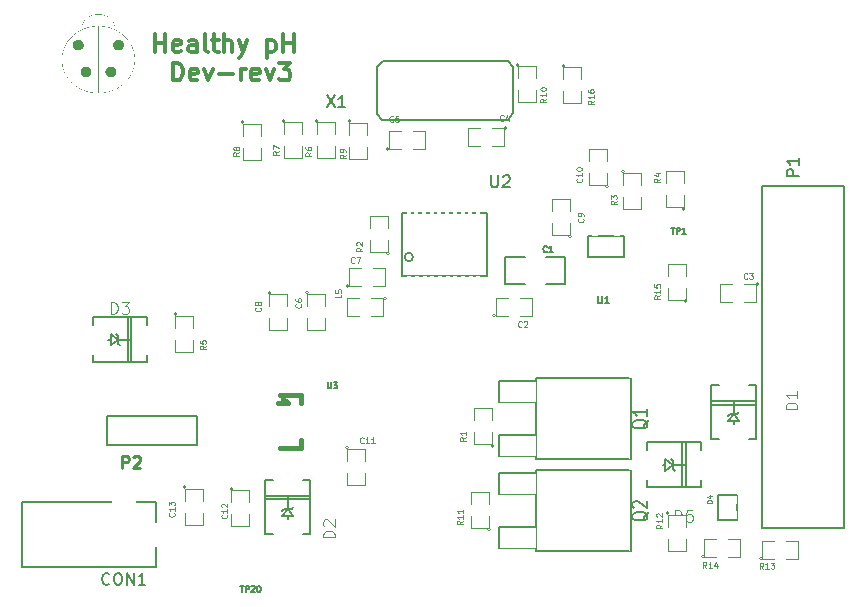
<source format=gto>
G04 (created by PCBNEW (2013-07-07 BZR 4022)-stable) date 10/23/2014 11:52:32 AM*
%MOIN*%
G04 Gerber Fmt 3.4, Leading zero omitted, Abs format*
%FSLAX34Y34*%
G01*
G70*
G90*
G04 APERTURE LIST*
%ADD10C,0.00590551*%
%ADD11C,0.011811*%
%ADD12C,0.0039*%
%ADD13C,0.005*%
%ADD14C,0.015*%
%ADD15C,0.0001*%
%ADD16C,0.0043*%
%ADD17C,0.0047*%
%ADD18C,0.008*%
%ADD19C,0.00984252*%
%ADD20C,0.0045*%
%ADD21R,0.055X0.035*%
%ADD22R,0.035X0.055*%
%ADD23R,0.0866X0.063*%
%ADD24R,0.06X0.08*%
%ADD25R,0.011811X0.0984252*%
%ADD26R,0.12X0.065*%
%ADD27R,0.24X0.24*%
%ADD28R,0.02X0.03*%
%ADD29C,0.05*%
%ADD30R,0.063X0.0866*%
%ADD31C,0.07*%
%ADD32C,0.08*%
%ADD33C,0.075*%
%ADD34R,0.0591X0.0394*%
%ADD35R,0.1181X0.0787*%
%ADD36R,0.0177165X0.0295276*%
%ADD37O,0.06X0.1*%
G04 APERTURE END LIST*
G54D10*
G54D11*
X63169Y-27469D02*
X63169Y-26878D01*
X63169Y-27159D02*
X63506Y-27159D01*
X63506Y-27469D02*
X63506Y-26878D01*
X64012Y-27440D02*
X63956Y-27469D01*
X63843Y-27469D01*
X63787Y-27440D01*
X63759Y-27384D01*
X63759Y-27159D01*
X63787Y-27103D01*
X63843Y-27075D01*
X63956Y-27075D01*
X64012Y-27103D01*
X64040Y-27159D01*
X64040Y-27215D01*
X63759Y-27272D01*
X64547Y-27469D02*
X64547Y-27159D01*
X64518Y-27103D01*
X64462Y-27075D01*
X64350Y-27075D01*
X64293Y-27103D01*
X64547Y-27440D02*
X64490Y-27469D01*
X64350Y-27469D01*
X64293Y-27440D01*
X64265Y-27384D01*
X64265Y-27328D01*
X64293Y-27272D01*
X64350Y-27244D01*
X64490Y-27244D01*
X64547Y-27215D01*
X64912Y-27469D02*
X64856Y-27440D01*
X64828Y-27384D01*
X64828Y-26878D01*
X65053Y-27075D02*
X65278Y-27075D01*
X65137Y-26878D02*
X65137Y-27384D01*
X65165Y-27440D01*
X65221Y-27469D01*
X65278Y-27469D01*
X65475Y-27469D02*
X65475Y-26878D01*
X65728Y-27469D02*
X65728Y-27159D01*
X65700Y-27103D01*
X65643Y-27075D01*
X65559Y-27075D01*
X65503Y-27103D01*
X65475Y-27131D01*
X65953Y-27075D02*
X66093Y-27469D01*
X66234Y-27075D02*
X66093Y-27469D01*
X66037Y-27609D01*
X66009Y-27637D01*
X65953Y-27665D01*
X66909Y-27075D02*
X66909Y-27665D01*
X66909Y-27103D02*
X66965Y-27075D01*
X67077Y-27075D01*
X67134Y-27103D01*
X67162Y-27131D01*
X67190Y-27187D01*
X67190Y-27356D01*
X67162Y-27412D01*
X67134Y-27440D01*
X67077Y-27469D01*
X66965Y-27469D01*
X66909Y-27440D01*
X67443Y-27469D02*
X67443Y-26878D01*
X67443Y-27159D02*
X67780Y-27159D01*
X67780Y-27469D02*
X67780Y-26878D01*
X63759Y-28413D02*
X63759Y-27823D01*
X63900Y-27823D01*
X63984Y-27851D01*
X64040Y-27907D01*
X64068Y-27963D01*
X64097Y-28076D01*
X64097Y-28160D01*
X64068Y-28273D01*
X64040Y-28329D01*
X63984Y-28385D01*
X63900Y-28413D01*
X63759Y-28413D01*
X64575Y-28385D02*
X64518Y-28413D01*
X64406Y-28413D01*
X64350Y-28385D01*
X64322Y-28329D01*
X64322Y-28104D01*
X64350Y-28048D01*
X64406Y-28020D01*
X64518Y-28020D01*
X64575Y-28048D01*
X64603Y-28104D01*
X64603Y-28160D01*
X64322Y-28217D01*
X64800Y-28020D02*
X64940Y-28413D01*
X65081Y-28020D01*
X65306Y-28188D02*
X65756Y-28188D01*
X66037Y-28413D02*
X66037Y-28020D01*
X66037Y-28132D02*
X66065Y-28076D01*
X66093Y-28048D01*
X66149Y-28020D01*
X66206Y-28020D01*
X66628Y-28385D02*
X66571Y-28413D01*
X66459Y-28413D01*
X66403Y-28385D01*
X66374Y-28329D01*
X66374Y-28104D01*
X66403Y-28048D01*
X66459Y-28020D01*
X66571Y-28020D01*
X66628Y-28048D01*
X66656Y-28104D01*
X66656Y-28160D01*
X66374Y-28217D01*
X66852Y-28020D02*
X66993Y-28413D01*
X67134Y-28020D01*
X67302Y-27823D02*
X67668Y-27823D01*
X67471Y-28048D01*
X67556Y-28048D01*
X67612Y-28076D01*
X67640Y-28104D01*
X67668Y-28160D01*
X67668Y-28301D01*
X67640Y-28357D01*
X67612Y-28385D01*
X67556Y-28413D01*
X67387Y-28413D01*
X67331Y-28385D01*
X67302Y-28357D01*
G54D12*
X63887Y-36201D02*
G75*
G03X63887Y-36201I-50J0D01*
G74*
G01*
X63837Y-36651D02*
X63837Y-36251D01*
X63837Y-36251D02*
X64437Y-36251D01*
X64437Y-36251D02*
X64437Y-36651D01*
X64437Y-37051D02*
X64437Y-37451D01*
X64437Y-37451D02*
X63837Y-37451D01*
X63837Y-37451D02*
X63837Y-37051D01*
X69600Y-40650D02*
G75*
G03X69600Y-40650I-50J0D01*
G74*
G01*
X69550Y-41100D02*
X69550Y-40700D01*
X69550Y-40700D02*
X70150Y-40700D01*
X70150Y-40700D02*
X70150Y-41100D01*
X70150Y-41500D02*
X70150Y-41900D01*
X70150Y-41900D02*
X69550Y-41900D01*
X69550Y-41900D02*
X69550Y-41500D01*
X64198Y-41968D02*
G75*
G03X64198Y-41968I-50J0D01*
G74*
G01*
X64148Y-42418D02*
X64148Y-42018D01*
X64148Y-42018D02*
X64748Y-42018D01*
X64748Y-42018D02*
X64748Y-42418D01*
X64748Y-42818D02*
X64748Y-43218D01*
X64748Y-43218D02*
X64148Y-43218D01*
X64148Y-43218D02*
X64148Y-42818D01*
X65760Y-42020D02*
G75*
G03X65760Y-42020I-50J0D01*
G74*
G01*
X65710Y-42470D02*
X65710Y-42070D01*
X65710Y-42070D02*
X66310Y-42070D01*
X66310Y-42070D02*
X66310Y-42470D01*
X66310Y-42870D02*
X66310Y-43270D01*
X66310Y-43270D02*
X65710Y-43270D01*
X65710Y-43270D02*
X65710Y-42870D01*
X80839Y-32698D02*
G75*
G03X80839Y-32698I-50J0D01*
G74*
G01*
X80789Y-32248D02*
X80789Y-32648D01*
X80789Y-32648D02*
X80189Y-32648D01*
X80189Y-32648D02*
X80189Y-32248D01*
X80189Y-31848D02*
X80189Y-31448D01*
X80189Y-31448D02*
X80789Y-31448D01*
X80789Y-31448D02*
X80789Y-31848D01*
X78807Y-31436D02*
G75*
G03X78807Y-31436I-50J0D01*
G74*
G01*
X78757Y-31886D02*
X78757Y-31486D01*
X78757Y-31486D02*
X79357Y-31486D01*
X79357Y-31486D02*
X79357Y-31886D01*
X79357Y-32286D02*
X79357Y-32686D01*
X79357Y-32686D02*
X78757Y-32686D01*
X78757Y-32686D02*
X78757Y-32286D01*
X70980Y-34187D02*
G75*
G03X70980Y-34187I-50J0D01*
G74*
G01*
X70930Y-33737D02*
X70930Y-34137D01*
X70930Y-34137D02*
X70330Y-34137D01*
X70330Y-34137D02*
X70330Y-33737D01*
X70330Y-33337D02*
X70330Y-32937D01*
X70330Y-32937D02*
X70930Y-32937D01*
X70930Y-32937D02*
X70930Y-33337D01*
X74519Y-36251D02*
G75*
G03X74519Y-36251I-50J0D01*
G74*
G01*
X74919Y-36251D02*
X74519Y-36251D01*
X74519Y-36251D02*
X74519Y-35651D01*
X74519Y-35651D02*
X74919Y-35651D01*
X75319Y-35651D02*
X75719Y-35651D01*
X75719Y-35651D02*
X75719Y-36251D01*
X75719Y-36251D02*
X75319Y-36251D01*
X68266Y-35477D02*
G75*
G03X68266Y-35477I-50J0D01*
G74*
G01*
X68216Y-35927D02*
X68216Y-35527D01*
X68216Y-35527D02*
X68816Y-35527D01*
X68816Y-35527D02*
X68816Y-35927D01*
X68816Y-36327D02*
X68816Y-36727D01*
X68816Y-36727D02*
X68216Y-36727D01*
X68216Y-36727D02*
X68216Y-36327D01*
X74460Y-40598D02*
G75*
G03X74460Y-40598I-50J0D01*
G74*
G01*
X74410Y-40148D02*
X74410Y-40548D01*
X74410Y-40548D02*
X73810Y-40548D01*
X73810Y-40548D02*
X73810Y-40148D01*
X73810Y-39748D02*
X73810Y-39348D01*
X73810Y-39348D02*
X74410Y-39348D01*
X74410Y-39348D02*
X74410Y-39748D01*
X67020Y-35498D02*
G75*
G03X67020Y-35498I-50J0D01*
G74*
G01*
X66970Y-35948D02*
X66970Y-35548D01*
X66970Y-35548D02*
X67570Y-35548D01*
X67570Y-35548D02*
X67570Y-35948D01*
X67570Y-36348D02*
X67570Y-36748D01*
X67570Y-36748D02*
X66970Y-36748D01*
X66970Y-36748D02*
X66970Y-36348D01*
X69624Y-35265D02*
G75*
G03X69624Y-35265I-50J0D01*
G74*
G01*
X70024Y-35265D02*
X69624Y-35265D01*
X69624Y-35265D02*
X69624Y-34665D01*
X69624Y-34665D02*
X70024Y-34665D01*
X70424Y-34665D02*
X70824Y-34665D01*
X70824Y-34665D02*
X70824Y-35265D01*
X70824Y-35265D02*
X70424Y-35265D01*
X70868Y-35680D02*
G75*
G03X70868Y-35680I-50J0D01*
G74*
G01*
X70368Y-35680D02*
X70768Y-35680D01*
X70768Y-35680D02*
X70768Y-36280D01*
X70768Y-36280D02*
X70368Y-36280D01*
X69968Y-36280D02*
X69568Y-36280D01*
X69568Y-36280D02*
X69568Y-35680D01*
X69568Y-35680D02*
X69968Y-35680D01*
X70968Y-30694D02*
G75*
G03X70968Y-30694I-50J0D01*
G74*
G01*
X71368Y-30694D02*
X70968Y-30694D01*
X70968Y-30694D02*
X70968Y-30094D01*
X70968Y-30094D02*
X71368Y-30094D01*
X71768Y-30094D02*
X72168Y-30094D01*
X72168Y-30094D02*
X72168Y-30694D01*
X72168Y-30694D02*
X71768Y-30694D01*
X74893Y-29996D02*
G75*
G03X74893Y-29996I-50J0D01*
G74*
G01*
X74393Y-29996D02*
X74793Y-29996D01*
X74793Y-29996D02*
X74793Y-30596D01*
X74793Y-30596D02*
X74393Y-30596D01*
X73993Y-30596D02*
X73593Y-30596D01*
X73593Y-30596D02*
X73593Y-29996D01*
X73593Y-29996D02*
X73993Y-29996D01*
G54D13*
X67590Y-42940D02*
X67590Y-43020D01*
X66840Y-43540D02*
X66840Y-41740D01*
X66840Y-41740D02*
X67090Y-41740D01*
X68340Y-42380D02*
X66840Y-42380D01*
X68340Y-42250D02*
X66840Y-42250D01*
X68090Y-43540D02*
X68340Y-43540D01*
X68340Y-43540D02*
X68340Y-41740D01*
X68340Y-41740D02*
X68090Y-41740D01*
X67090Y-43540D02*
X66840Y-43540D01*
X67590Y-42690D02*
X67403Y-42940D01*
X67403Y-42940D02*
X67590Y-42940D01*
X67590Y-42940D02*
X67777Y-42940D01*
X67777Y-42940D02*
X67590Y-42690D01*
X67590Y-42690D02*
X67465Y-42690D01*
X67465Y-42690D02*
X67403Y-42752D01*
X67590Y-42690D02*
X67715Y-42690D01*
X67715Y-42690D02*
X67777Y-42628D01*
X67590Y-42690D02*
X67590Y-42253D01*
X74834Y-34313D02*
X74834Y-35213D01*
X74834Y-35213D02*
X75484Y-35213D01*
X76184Y-34313D02*
X76834Y-34313D01*
X76834Y-34313D02*
X76834Y-35213D01*
X76834Y-35213D02*
X76184Y-35213D01*
X75484Y-34313D02*
X74834Y-34313D01*
G54D12*
X68595Y-29758D02*
G75*
G03X68595Y-29758I-50J0D01*
G74*
G01*
X68545Y-30208D02*
X68545Y-29808D01*
X68545Y-29808D02*
X69145Y-29808D01*
X69145Y-29808D02*
X69145Y-30208D01*
X69145Y-30608D02*
X69145Y-31008D01*
X69145Y-31008D02*
X68545Y-31008D01*
X68545Y-31008D02*
X68545Y-30608D01*
X66131Y-29807D02*
G75*
G03X66131Y-29807I-50J0D01*
G74*
G01*
X66081Y-30257D02*
X66081Y-29857D01*
X66081Y-29857D02*
X66681Y-29857D01*
X66681Y-29857D02*
X66681Y-30257D01*
X66681Y-30657D02*
X66681Y-31057D01*
X66681Y-31057D02*
X66081Y-31057D01*
X66081Y-31057D02*
X66081Y-30657D01*
X69694Y-29772D02*
G75*
G03X69694Y-29772I-50J0D01*
G74*
G01*
X69644Y-30222D02*
X69644Y-29822D01*
X69644Y-29822D02*
X70244Y-29822D01*
X70244Y-29822D02*
X70244Y-30222D01*
X70244Y-30622D02*
X70244Y-31022D01*
X70244Y-31022D02*
X69644Y-31022D01*
X69644Y-31022D02*
X69644Y-30622D01*
X75301Y-27896D02*
G75*
G03X75301Y-27896I-50J0D01*
G74*
G01*
X75251Y-28346D02*
X75251Y-27946D01*
X75251Y-27946D02*
X75851Y-27946D01*
X75851Y-27946D02*
X75851Y-28346D01*
X75851Y-28746D02*
X75851Y-29146D01*
X75851Y-29146D02*
X75251Y-29146D01*
X75251Y-29146D02*
X75251Y-28746D01*
G54D10*
X71762Y-34295D02*
G75*
G03X71762Y-34295I-141J0D01*
G74*
G01*
X71384Y-32838D02*
X74219Y-32838D01*
X74219Y-32838D02*
X74219Y-34924D01*
X74219Y-34924D02*
X71384Y-34924D01*
X71384Y-34924D02*
X71384Y-32838D01*
G54D13*
X75875Y-40235D02*
X74625Y-40235D01*
X74625Y-40235D02*
X74625Y-40935D01*
X74625Y-40935D02*
X75875Y-40935D01*
X75875Y-38435D02*
X74625Y-38435D01*
X74625Y-38435D02*
X74625Y-39135D01*
X74625Y-39135D02*
X75875Y-39135D01*
X78275Y-41035D02*
X75875Y-41035D01*
X75875Y-41035D02*
X75875Y-38335D01*
X75875Y-38335D02*
X78975Y-38335D01*
X79025Y-38335D02*
X79025Y-41035D01*
X78975Y-41035D02*
X78275Y-41035D01*
G54D12*
X67496Y-29765D02*
G75*
G03X67496Y-29765I-50J0D01*
G74*
G01*
X67446Y-30215D02*
X67446Y-29815D01*
X67446Y-29815D02*
X68046Y-29815D01*
X68046Y-29815D02*
X68046Y-30215D01*
X68046Y-30615D02*
X68046Y-31015D01*
X68046Y-31015D02*
X67446Y-31015D01*
X67446Y-31015D02*
X67446Y-30615D01*
G54D13*
X82450Y-39780D02*
X82450Y-39860D01*
X81700Y-40380D02*
X81700Y-38580D01*
X81700Y-38580D02*
X81950Y-38580D01*
X83200Y-39220D02*
X81700Y-39220D01*
X83200Y-39090D02*
X81700Y-39090D01*
X82950Y-40380D02*
X83200Y-40380D01*
X83200Y-40380D02*
X83200Y-38580D01*
X83200Y-38580D02*
X82950Y-38580D01*
X81950Y-40380D02*
X81700Y-40380D01*
X82450Y-39530D02*
X82263Y-39780D01*
X82263Y-39780D02*
X82450Y-39780D01*
X82450Y-39780D02*
X82637Y-39780D01*
X82637Y-39780D02*
X82450Y-39530D01*
X82450Y-39530D02*
X82325Y-39530D01*
X82325Y-39530D02*
X82263Y-39592D01*
X82450Y-39530D02*
X82575Y-39530D01*
X82575Y-39530D02*
X82637Y-39468D01*
X82450Y-39530D02*
X82450Y-39093D01*
G54D12*
X74350Y-43380D02*
G75*
G03X74350Y-43380I-50J0D01*
G74*
G01*
X74300Y-42930D02*
X74300Y-43330D01*
X74300Y-43330D02*
X73700Y-43330D01*
X73700Y-43330D02*
X73700Y-42930D01*
X73700Y-42530D02*
X73700Y-42130D01*
X73700Y-42130D02*
X74300Y-42130D01*
X74300Y-42130D02*
X74300Y-42530D01*
G54D13*
X75875Y-43305D02*
X74625Y-43305D01*
X74625Y-43305D02*
X74625Y-44005D01*
X74625Y-44005D02*
X75875Y-44005D01*
X75875Y-41505D02*
X74625Y-41505D01*
X74625Y-41505D02*
X74625Y-42205D01*
X74625Y-42205D02*
X75875Y-42205D01*
X78275Y-44105D02*
X75875Y-44105D01*
X75875Y-44105D02*
X75875Y-41405D01*
X75875Y-41405D02*
X78975Y-41405D01*
X79025Y-41405D02*
X79025Y-44105D01*
X78975Y-44105D02*
X78275Y-44105D01*
X78800Y-33600D02*
X78800Y-34300D01*
X78800Y-34300D02*
X77600Y-34300D01*
X77600Y-34300D02*
X77600Y-33600D01*
X77600Y-33600D02*
X78800Y-33600D01*
G54D10*
X74944Y-27760D02*
X75101Y-27957D01*
X74944Y-29729D02*
X75101Y-29492D01*
X70574Y-29532D02*
X70574Y-27957D01*
X70574Y-29532D02*
X70731Y-29729D01*
X70574Y-27957D02*
X70770Y-27760D01*
X70731Y-29729D02*
X74944Y-29729D01*
X75101Y-29492D02*
X75101Y-27957D01*
X74944Y-27760D02*
X70770Y-27760D01*
G54D13*
X61685Y-37057D02*
X61605Y-37057D01*
X61085Y-36307D02*
X62885Y-36307D01*
X62885Y-36307D02*
X62885Y-36557D01*
X62245Y-37807D02*
X62245Y-36307D01*
X62375Y-37807D02*
X62375Y-36307D01*
X61085Y-37557D02*
X61085Y-37807D01*
X61085Y-37807D02*
X62885Y-37807D01*
X62885Y-37807D02*
X62885Y-37557D01*
X61085Y-36557D02*
X61085Y-36307D01*
X61935Y-37057D02*
X61685Y-36870D01*
X61685Y-36870D02*
X61685Y-37057D01*
X61685Y-37057D02*
X61685Y-37244D01*
X61685Y-37244D02*
X61935Y-37057D01*
X61935Y-37057D02*
X61935Y-36932D01*
X61935Y-36932D02*
X61873Y-36870D01*
X61935Y-37057D02*
X61935Y-37182D01*
X61935Y-37182D02*
X61997Y-37244D01*
X61935Y-37057D02*
X62372Y-37057D01*
G54D12*
X81468Y-44288D02*
G75*
G03X81468Y-44288I-50J0D01*
G74*
G01*
X81868Y-44288D02*
X81468Y-44288D01*
X81468Y-44288D02*
X81468Y-43688D01*
X81468Y-43688D02*
X81868Y-43688D01*
X82268Y-43688D02*
X82668Y-43688D01*
X82668Y-43688D02*
X82668Y-44288D01*
X82668Y-44288D02*
X82268Y-44288D01*
X83407Y-44358D02*
G75*
G03X83407Y-44358I-50J0D01*
G74*
G01*
X83807Y-44358D02*
X83407Y-44358D01*
X83407Y-44358D02*
X83407Y-43758D01*
X83407Y-43758D02*
X83807Y-43758D01*
X84207Y-43758D02*
X84607Y-43758D01*
X84607Y-43758D02*
X84607Y-44358D01*
X84607Y-44358D02*
X84207Y-44358D01*
X80295Y-42840D02*
G75*
G03X80295Y-42840I-50J0D01*
G74*
G01*
X80245Y-43290D02*
X80245Y-42890D01*
X80245Y-42890D02*
X80845Y-42890D01*
X80845Y-42890D02*
X80845Y-43290D01*
X80845Y-43690D02*
X80845Y-44090D01*
X80845Y-44090D02*
X80245Y-44090D01*
X80245Y-44090D02*
X80245Y-43690D01*
G54D13*
X80170Y-41230D02*
X80090Y-41230D01*
X79570Y-40480D02*
X81370Y-40480D01*
X81370Y-40480D02*
X81370Y-40730D01*
X80730Y-41980D02*
X80730Y-40480D01*
X80860Y-41980D02*
X80860Y-40480D01*
X79570Y-41730D02*
X79570Y-41980D01*
X79570Y-41980D02*
X81370Y-41980D01*
X81370Y-41980D02*
X81370Y-41730D01*
X79570Y-40730D02*
X79570Y-40480D01*
X80420Y-41230D02*
X80170Y-41043D01*
X80170Y-41043D02*
X80170Y-41230D01*
X80170Y-41230D02*
X80170Y-41417D01*
X80170Y-41417D02*
X80420Y-41230D01*
X80420Y-41230D02*
X80420Y-41105D01*
X80420Y-41105D02*
X80358Y-41043D01*
X80420Y-41230D02*
X80420Y-41355D01*
X80420Y-41355D02*
X80482Y-41417D01*
X80420Y-41230D02*
X80857Y-41230D01*
G54D12*
X76827Y-27917D02*
G75*
G03X76827Y-27917I-50J0D01*
G74*
G01*
X76777Y-28367D02*
X76777Y-27967D01*
X76777Y-27967D02*
X77377Y-27967D01*
X77377Y-27967D02*
X77377Y-28367D01*
X77377Y-28767D02*
X77377Y-29167D01*
X77377Y-29167D02*
X76777Y-29167D01*
X76777Y-29167D02*
X76777Y-28767D01*
G54D10*
X61548Y-40576D02*
X64548Y-40576D01*
X64548Y-40576D02*
X64548Y-39591D01*
X64548Y-39591D02*
X61548Y-39591D01*
X61548Y-39591D02*
X61548Y-40576D01*
X58711Y-42467D02*
X63181Y-42467D01*
X63181Y-42467D02*
X63181Y-44647D01*
X63181Y-44647D02*
X58711Y-44647D01*
X58711Y-44647D02*
X58711Y-42467D01*
X86137Y-31929D02*
X86137Y-43346D01*
X86137Y-43346D02*
X83381Y-43346D01*
X83381Y-43346D02*
X83381Y-31929D01*
X83381Y-31929D02*
X86137Y-31929D01*
G54D12*
X80895Y-35770D02*
G75*
G03X80895Y-35770I-50J0D01*
G74*
G01*
X80845Y-35320D02*
X80845Y-35720D01*
X80845Y-35720D02*
X80245Y-35720D01*
X80245Y-35720D02*
X80245Y-35320D01*
X80245Y-34920D02*
X80245Y-34520D01*
X80245Y-34520D02*
X80845Y-34520D01*
X80845Y-34520D02*
X80845Y-34920D01*
G54D14*
X67429Y-39033D02*
X67547Y-39131D01*
X67547Y-39131D02*
X67606Y-39171D01*
X67606Y-39171D02*
X67272Y-39171D01*
X68020Y-38895D02*
X67311Y-38895D01*
X68020Y-38895D02*
X68020Y-39151D01*
X68020Y-40667D02*
X67311Y-40667D01*
X68020Y-40667D02*
X68020Y-40411D01*
G54D10*
X81942Y-43064D02*
X81942Y-42237D01*
X81942Y-42237D02*
X82571Y-42237D01*
X82571Y-42237D02*
X82571Y-43064D01*
X82571Y-43064D02*
X81942Y-43064D01*
G54D15*
G36*
X62492Y-27718D02*
X62492Y-27741D01*
X62492Y-27763D01*
X62492Y-27784D01*
X62491Y-27803D01*
X62491Y-27820D01*
X62490Y-27832D01*
X62489Y-27841D01*
X62489Y-27845D01*
X62489Y-27845D01*
X62487Y-27849D01*
X62485Y-27856D01*
X62484Y-27867D01*
X62483Y-27870D01*
X62482Y-27881D01*
X62482Y-27883D01*
X62482Y-27722D01*
X62482Y-27705D01*
X62482Y-27688D01*
X62481Y-27673D01*
X62481Y-27660D01*
X62480Y-27652D01*
X62480Y-27647D01*
X62480Y-27647D01*
X62478Y-27644D01*
X62477Y-27636D01*
X62476Y-27625D01*
X62476Y-27612D01*
X62475Y-27610D01*
X62475Y-27597D01*
X62474Y-27585D01*
X62473Y-27576D01*
X62472Y-27572D01*
X62472Y-27572D01*
X62470Y-27567D01*
X62470Y-27560D01*
X62469Y-27553D01*
X62468Y-27548D01*
X62466Y-27544D01*
X62465Y-27536D01*
X62464Y-27526D01*
X62464Y-27522D01*
X62462Y-27512D01*
X62461Y-27504D01*
X62460Y-27499D01*
X62459Y-27499D01*
X62458Y-27497D01*
X62456Y-27490D01*
X62455Y-27485D01*
X62454Y-27477D01*
X62452Y-27471D01*
X62451Y-27469D01*
X62449Y-27466D01*
X62448Y-27459D01*
X62447Y-27452D01*
X62445Y-27444D01*
X62443Y-27438D01*
X62442Y-27437D01*
X62440Y-27435D01*
X62441Y-27433D01*
X62441Y-27428D01*
X62440Y-27427D01*
X62438Y-27424D01*
X62436Y-27417D01*
X62436Y-27412D01*
X62434Y-27404D01*
X62432Y-27399D01*
X62431Y-27398D01*
X62429Y-27395D01*
X62427Y-27389D01*
X62427Y-27388D01*
X62425Y-27378D01*
X62421Y-27370D01*
X62418Y-27363D01*
X62417Y-27357D01*
X62416Y-27353D01*
X62414Y-27352D01*
X62412Y-27350D01*
X62410Y-27344D01*
X62410Y-27343D01*
X62408Y-27336D01*
X62406Y-27331D01*
X62406Y-27331D01*
X62404Y-27328D01*
X62405Y-27326D01*
X62405Y-27322D01*
X62403Y-27321D01*
X62401Y-27319D01*
X62399Y-27313D01*
X62397Y-27308D01*
X62393Y-27299D01*
X62387Y-27287D01*
X62380Y-27273D01*
X62372Y-27257D01*
X62372Y-27255D01*
X62364Y-27239D01*
X62356Y-27225D01*
X62350Y-27213D01*
X62345Y-27203D01*
X62343Y-27198D01*
X62343Y-27198D01*
X62340Y-27193D01*
X62337Y-27192D01*
X62335Y-27190D01*
X62335Y-27189D01*
X62334Y-27185D01*
X62330Y-27179D01*
X62326Y-27172D01*
X62322Y-27167D01*
X62321Y-27166D01*
X62319Y-27163D01*
X62317Y-27159D01*
X62311Y-27148D01*
X62306Y-27141D01*
X62301Y-27134D01*
X62298Y-27129D01*
X62293Y-27123D01*
X62291Y-27118D01*
X62290Y-27117D01*
X62289Y-27114D01*
X62284Y-27108D01*
X62280Y-27103D01*
X62275Y-27096D01*
X62271Y-27090D01*
X62271Y-27088D01*
X62269Y-27085D01*
X62264Y-27080D01*
X62262Y-27079D01*
X62257Y-27074D01*
X62254Y-27070D01*
X62254Y-27070D01*
X62252Y-27066D01*
X62247Y-27060D01*
X62243Y-27055D01*
X62236Y-27047D01*
X62229Y-27039D01*
X62227Y-27035D01*
X62223Y-27031D01*
X62217Y-27024D01*
X62207Y-27014D01*
X62196Y-27002D01*
X62184Y-26989D01*
X62170Y-26976D01*
X62157Y-26962D01*
X62144Y-26949D01*
X62132Y-26937D01*
X62122Y-26927D01*
X62114Y-26919D01*
X62108Y-26914D01*
X62106Y-26913D01*
X62103Y-26911D01*
X62097Y-26907D01*
X62095Y-26905D01*
X62084Y-26895D01*
X62072Y-26885D01*
X62062Y-26876D01*
X62053Y-26869D01*
X62047Y-26864D01*
X62040Y-26859D01*
X62033Y-26854D01*
X62027Y-26850D01*
X62023Y-26848D01*
X62023Y-26848D01*
X62020Y-26846D01*
X62020Y-26845D01*
X62017Y-26842D01*
X62015Y-26840D01*
X62010Y-26838D01*
X62002Y-26833D01*
X62000Y-26831D01*
X61993Y-26826D01*
X61988Y-26823D01*
X61987Y-26823D01*
X61984Y-26821D01*
X61978Y-26817D01*
X61973Y-26813D01*
X61966Y-26808D01*
X61959Y-26803D01*
X61957Y-26802D01*
X61953Y-26799D01*
X61952Y-26798D01*
X61950Y-26795D01*
X61944Y-26793D01*
X61938Y-26791D01*
X61935Y-26789D01*
X61931Y-26786D01*
X61922Y-26781D01*
X61908Y-26774D01*
X61902Y-26771D01*
X61894Y-26766D01*
X61889Y-26763D01*
X61887Y-26761D01*
X61885Y-26758D01*
X61880Y-26756D01*
X61873Y-26754D01*
X61870Y-26753D01*
X61867Y-26750D01*
X61860Y-26747D01*
X61852Y-26742D01*
X61843Y-26739D01*
X61837Y-26736D01*
X61834Y-26735D01*
X61831Y-26733D01*
X61831Y-26733D01*
X61828Y-26730D01*
X61823Y-26728D01*
X61822Y-26728D01*
X61815Y-26726D01*
X61814Y-26725D01*
X61814Y-26673D01*
X61814Y-26659D01*
X61814Y-26644D01*
X61814Y-26631D01*
X61813Y-26620D01*
X61812Y-26612D01*
X61812Y-26612D01*
X61811Y-26602D01*
X61809Y-26595D01*
X61808Y-26593D01*
X61806Y-26587D01*
X61805Y-26578D01*
X61804Y-26574D01*
X61803Y-26566D01*
X61801Y-26561D01*
X61800Y-26561D01*
X61798Y-26558D01*
X61797Y-26552D01*
X61796Y-26548D01*
X61794Y-26538D01*
X61791Y-26529D01*
X61790Y-26528D01*
X61785Y-26517D01*
X61783Y-26510D01*
X61783Y-26506D01*
X61781Y-26504D01*
X61780Y-26504D01*
X61778Y-26502D01*
X61776Y-26496D01*
X61776Y-26496D01*
X61774Y-26490D01*
X61772Y-26487D01*
X61772Y-26487D01*
X61770Y-26485D01*
X61767Y-26479D01*
X61763Y-26472D01*
X61758Y-26463D01*
X61756Y-26460D01*
X61752Y-26453D01*
X61748Y-26447D01*
X61747Y-26445D01*
X61744Y-26440D01*
X61739Y-26434D01*
X61734Y-26429D01*
X61732Y-26426D01*
X61732Y-26426D01*
X61730Y-26422D01*
X61725Y-26416D01*
X61717Y-26407D01*
X61708Y-26396D01*
X61697Y-26385D01*
X61686Y-26374D01*
X61675Y-26363D01*
X61665Y-26354D01*
X61658Y-26347D01*
X61654Y-26345D01*
X61647Y-26340D01*
X61642Y-26337D01*
X61641Y-26337D01*
X61637Y-26334D01*
X61636Y-26332D01*
X61634Y-26329D01*
X61633Y-26329D01*
X61629Y-26328D01*
X61623Y-26324D01*
X61616Y-26319D01*
X61611Y-26314D01*
X61610Y-26313D01*
X61606Y-26310D01*
X61605Y-26310D01*
X61601Y-26308D01*
X61595Y-26304D01*
X61591Y-26301D01*
X61583Y-26296D01*
X61574Y-26292D01*
X61572Y-26291D01*
X61566Y-26289D01*
X61563Y-26287D01*
X61563Y-26287D01*
X61561Y-26285D01*
X61555Y-26283D01*
X61555Y-26283D01*
X61549Y-26281D01*
X61546Y-26278D01*
X61544Y-26276D01*
X61543Y-26276D01*
X61539Y-26275D01*
X61531Y-26272D01*
X61520Y-26267D01*
X61507Y-26261D01*
X61493Y-26255D01*
X61484Y-26250D01*
X61479Y-26249D01*
X61470Y-26247D01*
X61460Y-26245D01*
X61451Y-26243D01*
X61444Y-26241D01*
X61442Y-26239D01*
X61439Y-26238D01*
X61433Y-26236D01*
X61424Y-26235D01*
X61415Y-26233D01*
X61408Y-26232D01*
X61405Y-26230D01*
X61402Y-26229D01*
X61394Y-26228D01*
X61384Y-26227D01*
X61379Y-26226D01*
X61368Y-26225D01*
X61359Y-26224D01*
X61354Y-26222D01*
X61353Y-26222D01*
X61350Y-26221D01*
X61342Y-26221D01*
X61330Y-26220D01*
X61315Y-26220D01*
X61299Y-26220D01*
X61281Y-26220D01*
X61262Y-26220D01*
X61245Y-26220D01*
X61228Y-26220D01*
X61214Y-26220D01*
X61204Y-26221D01*
X61197Y-26221D01*
X61196Y-26222D01*
X61192Y-26223D01*
X61185Y-26225D01*
X61174Y-26226D01*
X61170Y-26226D01*
X61158Y-26227D01*
X61149Y-26229D01*
X61143Y-26230D01*
X61142Y-26230D01*
X61138Y-26232D01*
X61130Y-26234D01*
X61123Y-26235D01*
X61114Y-26236D01*
X61107Y-26238D01*
X61105Y-26239D01*
X61101Y-26241D01*
X61093Y-26243D01*
X61086Y-26245D01*
X61076Y-26247D01*
X61068Y-26249D01*
X61064Y-26250D01*
X61050Y-26257D01*
X61039Y-26262D01*
X61031Y-26264D01*
X61029Y-26265D01*
X61025Y-26266D01*
X61025Y-26267D01*
X61023Y-26270D01*
X61022Y-26270D01*
X61018Y-26271D01*
X61011Y-26274D01*
X61002Y-26278D01*
X60994Y-26283D01*
X60988Y-26286D01*
X60986Y-26288D01*
X60983Y-26289D01*
X60978Y-26290D01*
X60972Y-26292D01*
X60965Y-26296D01*
X60959Y-26300D01*
X60955Y-26301D01*
X60955Y-26301D01*
X60952Y-26303D01*
X60950Y-26305D01*
X60947Y-26309D01*
X60946Y-26310D01*
X60942Y-26311D01*
X60936Y-26316D01*
X60931Y-26319D01*
X60924Y-26325D01*
X60918Y-26329D01*
X60916Y-26329D01*
X60913Y-26331D01*
X60907Y-26335D01*
X60904Y-26338D01*
X60897Y-26343D01*
X60892Y-26346D01*
X60891Y-26346D01*
X60888Y-26348D01*
X60883Y-26353D01*
X60875Y-26361D01*
X60865Y-26370D01*
X60855Y-26380D01*
X60845Y-26391D01*
X60836Y-26400D01*
X60828Y-26408D01*
X60823Y-26413D01*
X60822Y-26416D01*
X60820Y-26419D01*
X60816Y-26425D01*
X60812Y-26430D01*
X60807Y-26437D01*
X60803Y-26443D01*
X60802Y-26445D01*
X60800Y-26449D01*
X60798Y-26450D01*
X60795Y-26453D01*
X60792Y-26459D01*
X60790Y-26466D01*
X60787Y-26469D01*
X60783Y-26473D01*
X60781Y-26479D01*
X60779Y-26485D01*
X60777Y-26487D01*
X60775Y-26490D01*
X60773Y-26496D01*
X60773Y-26496D01*
X60771Y-26502D01*
X60768Y-26504D01*
X60766Y-26507D01*
X60764Y-26513D01*
X60764Y-26514D01*
X60762Y-26520D01*
X60760Y-26524D01*
X60760Y-26524D01*
X60758Y-26526D01*
X60756Y-26532D01*
X60756Y-26534D01*
X60754Y-26541D01*
X60752Y-26545D01*
X60751Y-26545D01*
X60750Y-26549D01*
X60750Y-26551D01*
X60750Y-26556D01*
X60749Y-26559D01*
X60747Y-26564D01*
X60745Y-26572D01*
X60744Y-26576D01*
X60742Y-26585D01*
X60740Y-26592D01*
X60740Y-26594D01*
X60738Y-26598D01*
X60737Y-26606D01*
X60736Y-26618D01*
X60735Y-26631D01*
X60734Y-26646D01*
X60733Y-26657D01*
X60732Y-26663D01*
X60731Y-26665D01*
X60730Y-26666D01*
X60731Y-26668D01*
X60733Y-26673D01*
X60734Y-26682D01*
X60735Y-26691D01*
X60735Y-26700D01*
X60735Y-26707D01*
X60736Y-26710D01*
X60740Y-26709D01*
X60746Y-26706D01*
X60751Y-26704D01*
X60761Y-26699D01*
X60773Y-26694D01*
X60781Y-26690D01*
X60794Y-26684D01*
X60806Y-26680D01*
X60813Y-26678D01*
X60813Y-26678D01*
X60817Y-26676D01*
X60818Y-26676D01*
X60822Y-26674D01*
X60829Y-26672D01*
X60830Y-26672D01*
X60838Y-26670D01*
X60843Y-26668D01*
X60843Y-26668D01*
X60847Y-26666D01*
X60855Y-26664D01*
X60856Y-26663D01*
X60863Y-26661D01*
X60868Y-26659D01*
X60868Y-26659D01*
X60873Y-26657D01*
X60880Y-26655D01*
X60881Y-26655D01*
X60888Y-26653D01*
X60892Y-26651D01*
X60892Y-26651D01*
X60896Y-26649D01*
X60903Y-26647D01*
X60912Y-26645D01*
X60922Y-26643D01*
X60931Y-26641D01*
X60935Y-26639D01*
X60941Y-26637D01*
X60949Y-26636D01*
X60954Y-26635D01*
X60962Y-26634D01*
X60967Y-26632D01*
X60968Y-26631D01*
X60971Y-26629D01*
X60978Y-26628D01*
X60986Y-26627D01*
X60995Y-26625D01*
X61002Y-26624D01*
X61005Y-26622D01*
X61008Y-26621D01*
X61016Y-26620D01*
X61027Y-26618D01*
X61038Y-26617D01*
X61051Y-26615D01*
X61062Y-26614D01*
X61070Y-26612D01*
X61073Y-26611D01*
X61078Y-26610D01*
X61086Y-26609D01*
X61098Y-26607D01*
X61103Y-26607D01*
X61114Y-26606D01*
X61124Y-26604D01*
X61130Y-26602D01*
X61132Y-26602D01*
X61135Y-26601D01*
X61144Y-26600D01*
X61157Y-26600D01*
X61174Y-26599D01*
X61193Y-26599D01*
X61215Y-26599D01*
X61239Y-26598D01*
X61263Y-26598D01*
X61288Y-26598D01*
X61312Y-26598D01*
X61336Y-26599D01*
X61357Y-26599D01*
X61377Y-26599D01*
X61393Y-26600D01*
X61406Y-26600D01*
X61414Y-26601D01*
X61417Y-26602D01*
X61421Y-26603D01*
X61430Y-26605D01*
X61441Y-26607D01*
X61445Y-26607D01*
X61457Y-26608D01*
X61467Y-26609D01*
X61473Y-26611D01*
X61474Y-26611D01*
X61479Y-26612D01*
X61489Y-26614D01*
X61501Y-26616D01*
X61509Y-26617D01*
X61522Y-26618D01*
X61532Y-26620D01*
X61539Y-26621D01*
X61542Y-26622D01*
X61546Y-26624D01*
X61554Y-26626D01*
X61561Y-26627D01*
X61570Y-26628D01*
X61576Y-26630D01*
X61579Y-26631D01*
X61582Y-26632D01*
X61589Y-26634D01*
X61595Y-26635D01*
X61604Y-26637D01*
X61610Y-26638D01*
X61612Y-26639D01*
X61617Y-26641D01*
X61624Y-26643D01*
X61629Y-26643D01*
X61639Y-26645D01*
X61649Y-26648D01*
X61651Y-26649D01*
X61660Y-26653D01*
X61669Y-26655D01*
X61676Y-26657D01*
X61680Y-26659D01*
X61680Y-26659D01*
X61684Y-26661D01*
X61690Y-26663D01*
X61693Y-26663D01*
X61700Y-26665D01*
X61705Y-26667D01*
X61705Y-26668D01*
X61709Y-26670D01*
X61716Y-26671D01*
X61718Y-26672D01*
X61726Y-26674D01*
X61730Y-26676D01*
X61731Y-26676D01*
X61734Y-26678D01*
X61735Y-26677D01*
X61738Y-26678D01*
X61739Y-26679D01*
X61743Y-26681D01*
X61745Y-26682D01*
X61750Y-26683D01*
X61758Y-26686D01*
X61766Y-26690D01*
X61773Y-26693D01*
X61777Y-26696D01*
X61777Y-26696D01*
X61780Y-26698D01*
X61782Y-26699D01*
X61787Y-26700D01*
X61795Y-26703D01*
X61799Y-26705D01*
X61806Y-26708D01*
X61811Y-26709D01*
X61813Y-26709D01*
X61813Y-26706D01*
X61814Y-26698D01*
X61814Y-26687D01*
X61814Y-26673D01*
X61814Y-26725D01*
X61806Y-26722D01*
X61799Y-26718D01*
X61789Y-26714D01*
X61780Y-26710D01*
X61775Y-26709D01*
X61769Y-26707D01*
X61766Y-26704D01*
X61766Y-26704D01*
X61764Y-26702D01*
X61758Y-26700D01*
X61758Y-26700D01*
X61752Y-26698D01*
X61749Y-26696D01*
X61747Y-26694D01*
X61741Y-26692D01*
X61739Y-26692D01*
X61731Y-26690D01*
X61726Y-26688D01*
X61725Y-26687D01*
X61721Y-26686D01*
X61713Y-26683D01*
X61707Y-26682D01*
X61698Y-26679D01*
X61691Y-26677D01*
X61689Y-26676D01*
X61684Y-26674D01*
X61677Y-26672D01*
X61675Y-26672D01*
X61668Y-26670D01*
X61665Y-26668D01*
X61665Y-26668D01*
X61662Y-26666D01*
X61656Y-26664D01*
X61654Y-26663D01*
X61646Y-26661D01*
X61641Y-26659D01*
X61640Y-26659D01*
X61636Y-26657D01*
X61628Y-26655D01*
X61623Y-26655D01*
X61615Y-26653D01*
X61608Y-26651D01*
X61607Y-26651D01*
X61603Y-26649D01*
X61595Y-26647D01*
X61585Y-26645D01*
X61583Y-26645D01*
X61572Y-26643D01*
X61564Y-26641D01*
X61559Y-26640D01*
X61559Y-26639D01*
X61555Y-26638D01*
X61547Y-26636D01*
X61540Y-26635D01*
X61531Y-26634D01*
X61524Y-26632D01*
X61522Y-26631D01*
X61519Y-26630D01*
X61511Y-26628D01*
X61501Y-26627D01*
X61496Y-26627D01*
X61485Y-26626D01*
X61475Y-26624D01*
X61470Y-26623D01*
X61469Y-26623D01*
X61465Y-26621D01*
X61456Y-26620D01*
X61444Y-26618D01*
X61430Y-26617D01*
X61415Y-26616D01*
X61400Y-26615D01*
X61387Y-26614D01*
X61379Y-26614D01*
X61368Y-26614D01*
X61361Y-26613D01*
X61357Y-26611D01*
X61357Y-26611D01*
X61355Y-26610D01*
X61347Y-26609D01*
X61335Y-26609D01*
X61321Y-26608D01*
X61284Y-26608D01*
X61284Y-27719D01*
X61284Y-28829D01*
X61321Y-28829D01*
X61336Y-28829D01*
X61348Y-28828D01*
X61355Y-28828D01*
X61357Y-28827D01*
X61360Y-28825D01*
X61367Y-28824D01*
X61378Y-28824D01*
X61380Y-28824D01*
X61394Y-28823D01*
X61410Y-28822D01*
X61426Y-28821D01*
X61430Y-28821D01*
X61445Y-28819D01*
X61455Y-28818D01*
X61461Y-28817D01*
X61465Y-28816D01*
X61467Y-28816D01*
X61469Y-28815D01*
X61469Y-28815D01*
X61473Y-28814D01*
X61481Y-28813D01*
X61492Y-28811D01*
X61496Y-28811D01*
X61507Y-28810D01*
X61516Y-28808D01*
X61522Y-28807D01*
X61522Y-28807D01*
X61526Y-28805D01*
X61533Y-28803D01*
X61540Y-28802D01*
X61549Y-28801D01*
X61556Y-28799D01*
X61559Y-28798D01*
X61563Y-28797D01*
X61571Y-28795D01*
X61576Y-28794D01*
X61585Y-28792D01*
X61591Y-28791D01*
X61593Y-28790D01*
X61597Y-28788D01*
X61605Y-28786D01*
X61615Y-28785D01*
X61616Y-28784D01*
X61627Y-28783D01*
X61636Y-28781D01*
X61640Y-28779D01*
X61641Y-28779D01*
X61645Y-28777D01*
X61653Y-28775D01*
X61654Y-28774D01*
X61661Y-28772D01*
X61664Y-28771D01*
X61665Y-28770D01*
X61667Y-28768D01*
X61673Y-28766D01*
X61675Y-28766D01*
X61683Y-28764D01*
X61688Y-28762D01*
X61689Y-28762D01*
X61693Y-28760D01*
X61700Y-28758D01*
X61707Y-28756D01*
X61716Y-28754D01*
X61723Y-28751D01*
X61725Y-28750D01*
X61730Y-28748D01*
X61737Y-28746D01*
X61739Y-28746D01*
X61745Y-28744D01*
X61749Y-28742D01*
X61749Y-28742D01*
X61752Y-28740D01*
X61757Y-28738D01*
X61758Y-28738D01*
X61764Y-28736D01*
X61766Y-28734D01*
X61769Y-28731D01*
X61774Y-28729D01*
X61775Y-28729D01*
X61783Y-28727D01*
X61793Y-28723D01*
X61800Y-28719D01*
X61821Y-28709D01*
X61837Y-28701D01*
X61849Y-28696D01*
X61858Y-28692D01*
X61863Y-28689D01*
X61866Y-28688D01*
X61867Y-28688D01*
X61870Y-28687D01*
X61870Y-28686D01*
X61873Y-28683D01*
X61879Y-28681D01*
X61879Y-28681D01*
X61885Y-28679D01*
X61887Y-28677D01*
X61887Y-28677D01*
X61890Y-28674D01*
X61896Y-28671D01*
X61903Y-28667D01*
X61911Y-28663D01*
X61917Y-28659D01*
X61918Y-28657D01*
X61921Y-28655D01*
X61927Y-28653D01*
X61927Y-28653D01*
X61933Y-28651D01*
X61935Y-28649D01*
X61938Y-28647D01*
X61943Y-28645D01*
X61944Y-28645D01*
X61950Y-28643D01*
X61952Y-28640D01*
X61954Y-28637D01*
X61957Y-28636D01*
X61962Y-28633D01*
X61969Y-28628D01*
X61973Y-28624D01*
X61980Y-28619D01*
X61986Y-28616D01*
X61987Y-28615D01*
X61990Y-28613D01*
X61996Y-28609D01*
X62000Y-28607D01*
X62007Y-28602D01*
X62012Y-28599D01*
X62014Y-28598D01*
X62018Y-28596D01*
X62019Y-28594D01*
X62022Y-28590D01*
X62023Y-28590D01*
X62027Y-28588D01*
X62033Y-28584D01*
X62033Y-28584D01*
X62041Y-28578D01*
X62047Y-28573D01*
X62052Y-28570D01*
X62060Y-28563D01*
X62070Y-28555D01*
X62079Y-28547D01*
X62089Y-28538D01*
X62097Y-28531D01*
X62103Y-28527D01*
X62106Y-28525D01*
X62109Y-28523D01*
X62115Y-28518D01*
X62123Y-28509D01*
X62134Y-28499D01*
X62146Y-28487D01*
X62159Y-28474D01*
X62172Y-28461D01*
X62185Y-28448D01*
X62196Y-28437D01*
X62206Y-28426D01*
X62214Y-28418D01*
X62219Y-28413D01*
X62220Y-28411D01*
X62222Y-28407D01*
X62225Y-28402D01*
X62234Y-28393D01*
X62242Y-28383D01*
X62249Y-28376D01*
X62253Y-28370D01*
X62254Y-28368D01*
X62256Y-28365D01*
X62261Y-28360D01*
X62262Y-28359D01*
X62268Y-28354D01*
X62270Y-28350D01*
X62271Y-28349D01*
X62272Y-28346D01*
X62276Y-28340D01*
X62280Y-28335D01*
X62286Y-28328D01*
X62289Y-28323D01*
X62290Y-28321D01*
X62292Y-28317D01*
X62296Y-28311D01*
X62298Y-28308D01*
X62303Y-28301D01*
X62308Y-28294D01*
X62313Y-28285D01*
X62317Y-28278D01*
X62320Y-28273D01*
X62321Y-28271D01*
X62325Y-28267D01*
X62330Y-28260D01*
X62333Y-28254D01*
X62335Y-28249D01*
X62335Y-28249D01*
X62337Y-28246D01*
X62337Y-28246D01*
X62340Y-28244D01*
X62343Y-28240D01*
X62345Y-28235D01*
X62349Y-28227D01*
X62355Y-28215D01*
X62362Y-28201D01*
X62370Y-28185D01*
X62372Y-28183D01*
X62379Y-28167D01*
X62387Y-28152D01*
X62393Y-28140D01*
X62397Y-28130D01*
X62399Y-28125D01*
X62399Y-28124D01*
X62401Y-28119D01*
X62403Y-28116D01*
X62405Y-28114D01*
X62405Y-28112D01*
X62405Y-28108D01*
X62406Y-28106D01*
X62408Y-28103D01*
X62410Y-28096D01*
X62410Y-28095D01*
X62412Y-28089D01*
X62414Y-28085D01*
X62414Y-28085D01*
X62417Y-28083D01*
X62417Y-28080D01*
X62418Y-28074D01*
X62421Y-28067D01*
X62425Y-28059D01*
X62427Y-28050D01*
X62429Y-28043D01*
X62431Y-28040D01*
X62431Y-28040D01*
X62433Y-28038D01*
X62435Y-28031D01*
X62436Y-28026D01*
X62437Y-28018D01*
X62439Y-28012D01*
X62440Y-28010D01*
X62441Y-28007D01*
X62441Y-28005D01*
X62441Y-28001D01*
X62442Y-28001D01*
X62444Y-27998D01*
X62446Y-27992D01*
X62447Y-27985D01*
X62448Y-27976D01*
X62450Y-27970D01*
X62451Y-27968D01*
X62453Y-27965D01*
X62455Y-27958D01*
X62455Y-27953D01*
X62457Y-27945D01*
X62459Y-27940D01*
X62459Y-27939D01*
X62461Y-27936D01*
X62462Y-27929D01*
X62463Y-27919D01*
X62464Y-27915D01*
X62465Y-27904D01*
X62466Y-27895D01*
X62467Y-27890D01*
X62468Y-27889D01*
X62469Y-27885D01*
X62470Y-27878D01*
X62470Y-27871D01*
X62472Y-27866D01*
X62473Y-27862D01*
X62474Y-27854D01*
X62475Y-27842D01*
X62475Y-27829D01*
X62476Y-27815D01*
X62477Y-27804D01*
X62478Y-27797D01*
X62480Y-27793D01*
X62480Y-27790D01*
X62481Y-27782D01*
X62481Y-27771D01*
X62482Y-27756D01*
X62482Y-27740D01*
X62482Y-27722D01*
X62482Y-27883D01*
X62481Y-27890D01*
X62480Y-27895D01*
X62479Y-27895D01*
X62478Y-27898D01*
X62476Y-27906D01*
X62475Y-27916D01*
X62475Y-27919D01*
X62474Y-27930D01*
X62472Y-27938D01*
X62471Y-27943D01*
X62470Y-27943D01*
X62469Y-27947D01*
X62470Y-27952D01*
X62470Y-27957D01*
X62468Y-27958D01*
X62466Y-27961D01*
X62464Y-27967D01*
X62464Y-27972D01*
X62462Y-27980D01*
X62460Y-27986D01*
X62459Y-27988D01*
X62458Y-27992D01*
X62456Y-28000D01*
X62455Y-28002D01*
X62453Y-28010D01*
X62452Y-28015D01*
X62451Y-28016D01*
X62449Y-28021D01*
X62447Y-28028D01*
X62447Y-28030D01*
X62445Y-28038D01*
X62442Y-28044D01*
X62442Y-28045D01*
X62440Y-28049D01*
X62441Y-28051D01*
X62441Y-28055D01*
X62440Y-28055D01*
X62438Y-28059D01*
X62436Y-28066D01*
X62436Y-28067D01*
X62434Y-28073D01*
X62432Y-28077D01*
X62431Y-28077D01*
X62429Y-28079D01*
X62427Y-28085D01*
X62427Y-28087D01*
X62425Y-28093D01*
X62423Y-28096D01*
X62423Y-28096D01*
X62421Y-28099D01*
X62419Y-28105D01*
X62418Y-28109D01*
X62417Y-28117D01*
X62415Y-28121D01*
X62414Y-28122D01*
X62412Y-28124D01*
X62410Y-28130D01*
X62408Y-28134D01*
X62405Y-28143D01*
X62399Y-28156D01*
X62392Y-28170D01*
X62384Y-28186D01*
X62382Y-28189D01*
X62374Y-28205D01*
X62367Y-28219D01*
X62361Y-28231D01*
X62356Y-28240D01*
X62354Y-28245D01*
X62354Y-28246D01*
X62351Y-28250D01*
X62349Y-28252D01*
X62347Y-28254D01*
X62347Y-28255D01*
X62345Y-28259D01*
X62341Y-28265D01*
X62340Y-28267D01*
X62335Y-28274D01*
X62333Y-28279D01*
X62333Y-28280D01*
X62331Y-28282D01*
X62330Y-28283D01*
X62328Y-28285D01*
X62324Y-28291D01*
X62319Y-28299D01*
X62312Y-28311D01*
X62307Y-28319D01*
X62304Y-28324D01*
X62302Y-28327D01*
X62300Y-28328D01*
X62299Y-28328D01*
X62296Y-28332D01*
X62296Y-28334D01*
X62294Y-28337D01*
X62290Y-28344D01*
X62283Y-28351D01*
X62282Y-28353D01*
X62275Y-28361D01*
X62270Y-28367D01*
X62268Y-28371D01*
X62268Y-28371D01*
X62266Y-28374D01*
X62261Y-28380D01*
X62254Y-28388D01*
X62249Y-28394D01*
X62242Y-28403D01*
X62235Y-28410D01*
X62232Y-28415D01*
X62231Y-28416D01*
X62229Y-28419D01*
X62224Y-28424D01*
X62216Y-28433D01*
X62205Y-28444D01*
X62193Y-28456D01*
X62186Y-28463D01*
X62173Y-28476D01*
X62162Y-28488D01*
X62152Y-28498D01*
X62145Y-28506D01*
X62141Y-28511D01*
X62140Y-28512D01*
X62137Y-28516D01*
X62135Y-28516D01*
X62132Y-28518D01*
X62126Y-28523D01*
X62122Y-28528D01*
X62115Y-28534D01*
X62110Y-28538D01*
X62108Y-28539D01*
X62105Y-28541D01*
X62099Y-28546D01*
X62091Y-28553D01*
X62082Y-28561D01*
X62072Y-28570D01*
X62072Y-28570D01*
X62066Y-28575D01*
X62062Y-28578D01*
X62061Y-28578D01*
X62058Y-28580D01*
X62052Y-28585D01*
X62046Y-28590D01*
X62039Y-28596D01*
X62033Y-28600D01*
X62030Y-28601D01*
X62027Y-28603D01*
X62020Y-28607D01*
X62017Y-28609D01*
X62010Y-28614D01*
X62005Y-28617D01*
X62003Y-28618D01*
X62000Y-28620D01*
X62000Y-28621D01*
X61998Y-28624D01*
X61994Y-28627D01*
X61980Y-28633D01*
X61973Y-28640D01*
X61971Y-28642D01*
X61968Y-28645D01*
X61966Y-28646D01*
X61962Y-28648D01*
X61956Y-28651D01*
X61954Y-28653D01*
X61945Y-28658D01*
X61936Y-28663D01*
X61935Y-28663D01*
X61928Y-28666D01*
X61924Y-28669D01*
X61924Y-28669D01*
X61921Y-28671D01*
X61913Y-28676D01*
X61903Y-28682D01*
X61891Y-28688D01*
X61879Y-28695D01*
X61876Y-28696D01*
X61868Y-28700D01*
X61861Y-28704D01*
X61859Y-28706D01*
X61856Y-28708D01*
X61850Y-28710D01*
X61844Y-28712D01*
X61842Y-28714D01*
X61840Y-28716D01*
X61834Y-28718D01*
X61834Y-28718D01*
X61828Y-28720D01*
X61825Y-28723D01*
X61823Y-28725D01*
X61822Y-28725D01*
X61817Y-28725D01*
X61810Y-28728D01*
X61802Y-28731D01*
X61793Y-28735D01*
X61786Y-28738D01*
X61782Y-28739D01*
X61778Y-28740D01*
X61777Y-28741D01*
X61774Y-28744D01*
X61766Y-28748D01*
X61757Y-28752D01*
X61748Y-28755D01*
X61740Y-28758D01*
X61740Y-28758D01*
X61733Y-28759D01*
X61730Y-28761D01*
X61729Y-28762D01*
X61727Y-28764D01*
X61721Y-28765D01*
X61718Y-28766D01*
X61711Y-28768D01*
X61706Y-28770D01*
X61706Y-28770D01*
X61702Y-28772D01*
X61695Y-28774D01*
X61694Y-28774D01*
X61686Y-28776D01*
X61681Y-28778D01*
X61680Y-28778D01*
X61676Y-28780D01*
X61668Y-28783D01*
X61661Y-28784D01*
X61652Y-28787D01*
X61647Y-28789D01*
X61645Y-28790D01*
X61642Y-28792D01*
X61636Y-28793D01*
X61630Y-28794D01*
X61621Y-28796D01*
X61615Y-28797D01*
X61612Y-28798D01*
X61608Y-28800D01*
X61600Y-28802D01*
X61595Y-28802D01*
X61586Y-28804D01*
X61580Y-28806D01*
X61579Y-28807D01*
X61575Y-28808D01*
X61568Y-28810D01*
X61561Y-28811D01*
X61552Y-28813D01*
X61544Y-28814D01*
X61542Y-28816D01*
X61538Y-28817D01*
X61530Y-28818D01*
X61518Y-28820D01*
X61509Y-28821D01*
X61497Y-28823D01*
X61485Y-28824D01*
X61477Y-28826D01*
X61474Y-28827D01*
X61469Y-28828D01*
X61460Y-28829D01*
X61448Y-28831D01*
X61445Y-28831D01*
X61433Y-28832D01*
X61424Y-28834D01*
X61418Y-28835D01*
X61417Y-28836D01*
X61414Y-28836D01*
X61405Y-28837D01*
X61393Y-28837D01*
X61377Y-28838D01*
X61357Y-28838D01*
X61336Y-28839D01*
X61313Y-28839D01*
X61289Y-28839D01*
X61273Y-28839D01*
X61273Y-26608D01*
X61232Y-26608D01*
X61216Y-26609D01*
X61203Y-26609D01*
X61194Y-26610D01*
X61190Y-26611D01*
X61190Y-26611D01*
X61186Y-26613D01*
X61179Y-26614D01*
X61169Y-26614D01*
X61158Y-26614D01*
X61145Y-26615D01*
X61131Y-26616D01*
X61117Y-26617D01*
X61103Y-26619D01*
X61092Y-26620D01*
X61083Y-26621D01*
X61079Y-26622D01*
X61078Y-26623D01*
X61076Y-26624D01*
X61069Y-26625D01*
X61059Y-26626D01*
X61052Y-26627D01*
X61040Y-26628D01*
X61031Y-26629D01*
X61026Y-26630D01*
X61025Y-26631D01*
X61022Y-26632D01*
X61016Y-26634D01*
X61007Y-26635D01*
X60997Y-26637D01*
X60991Y-26638D01*
X60988Y-26639D01*
X60986Y-26641D01*
X60979Y-26642D01*
X60970Y-26644D01*
X60969Y-26645D01*
X60958Y-26647D01*
X60951Y-26648D01*
X60946Y-26649D01*
X60942Y-26651D01*
X60940Y-26651D01*
X60935Y-26653D01*
X60927Y-26654D01*
X60923Y-26655D01*
X60915Y-26656D01*
X60909Y-26658D01*
X60908Y-26659D01*
X60904Y-26661D01*
X60898Y-26663D01*
X60897Y-26663D01*
X60887Y-26666D01*
X60879Y-26669D01*
X60871Y-26672D01*
X60865Y-26673D01*
X60860Y-26674D01*
X60859Y-26676D01*
X60856Y-26677D01*
X60850Y-26680D01*
X60842Y-26682D01*
X60833Y-26684D01*
X60826Y-26686D01*
X60823Y-26687D01*
X60819Y-26689D01*
X60812Y-26691D01*
X60811Y-26691D01*
X60804Y-26694D01*
X60794Y-26698D01*
X60787Y-26701D01*
X60778Y-26706D01*
X60769Y-26710D01*
X60764Y-26711D01*
X60758Y-26713D01*
X60754Y-26715D01*
X60750Y-26718D01*
X60743Y-26722D01*
X60735Y-26725D01*
X60727Y-26728D01*
X60725Y-26728D01*
X60720Y-26730D01*
X60718Y-26733D01*
X60715Y-26735D01*
X60714Y-26735D01*
X60710Y-26736D01*
X60703Y-26740D01*
X60693Y-26744D01*
X60683Y-26749D01*
X60673Y-26754D01*
X60666Y-26758D01*
X60662Y-26761D01*
X60661Y-26761D01*
X60658Y-26763D01*
X60651Y-26768D01*
X60641Y-26773D01*
X60630Y-26780D01*
X60618Y-26786D01*
X60613Y-26788D01*
X60602Y-26794D01*
X60591Y-26801D01*
X60586Y-26805D01*
X60579Y-26810D01*
X60573Y-26813D01*
X60572Y-26814D01*
X60568Y-26816D01*
X60568Y-26816D01*
X60565Y-26819D01*
X60559Y-26824D01*
X60552Y-26828D01*
X60547Y-26831D01*
X60546Y-26831D01*
X60543Y-26833D01*
X60542Y-26835D01*
X60539Y-26839D01*
X60537Y-26840D01*
X60533Y-26841D01*
X60527Y-26845D01*
X60523Y-26848D01*
X60516Y-26853D01*
X60511Y-26856D01*
X60510Y-26856D01*
X60507Y-26858D01*
X60501Y-26863D01*
X60492Y-26870D01*
X60482Y-26879D01*
X60471Y-26889D01*
X60460Y-26898D01*
X60453Y-26904D01*
X60447Y-26909D01*
X60443Y-26912D01*
X60442Y-26913D01*
X60440Y-26915D01*
X60434Y-26920D01*
X60425Y-26929D01*
X60414Y-26940D01*
X60401Y-26953D01*
X60386Y-26967D01*
X60384Y-26970D01*
X60364Y-26990D01*
X60348Y-27006D01*
X60336Y-27019D01*
X60327Y-27029D01*
X60320Y-27036D01*
X60316Y-27041D01*
X60313Y-27044D01*
X60313Y-27045D01*
X60313Y-27045D01*
X60312Y-27047D01*
X60308Y-27052D01*
X60302Y-27060D01*
X60297Y-27066D01*
X60289Y-27075D01*
X60282Y-27082D01*
X60279Y-27088D01*
X60278Y-27089D01*
X60276Y-27093D01*
X60271Y-27098D01*
X60266Y-27103D01*
X60263Y-27107D01*
X60260Y-27112D01*
X60256Y-27119D01*
X60253Y-27124D01*
X60247Y-27132D01*
X60244Y-27139D01*
X60242Y-27142D01*
X60240Y-27146D01*
X60238Y-27147D01*
X60236Y-27149D01*
X60236Y-27150D01*
X60234Y-27154D01*
X60230Y-27160D01*
X60227Y-27164D01*
X60222Y-27170D01*
X60220Y-27174D01*
X60220Y-27175D01*
X60220Y-27177D01*
X60217Y-27182D01*
X60215Y-27184D01*
X60210Y-27191D01*
X60207Y-27197D01*
X60207Y-27198D01*
X60204Y-27202D01*
X60202Y-27203D01*
X60200Y-27205D01*
X60198Y-27211D01*
X60198Y-27211D01*
X60196Y-27217D01*
X60193Y-27220D01*
X60193Y-27220D01*
X60191Y-27222D01*
X60191Y-27223D01*
X60189Y-27227D01*
X60186Y-27234D01*
X60182Y-27243D01*
X60178Y-27251D01*
X60175Y-27257D01*
X60173Y-27260D01*
X60171Y-27263D01*
X60169Y-27269D01*
X60167Y-27274D01*
X60165Y-27276D01*
X60163Y-27279D01*
X60162Y-27280D01*
X60162Y-27282D01*
X60161Y-27286D01*
X60158Y-27292D01*
X60154Y-27302D01*
X60147Y-27316D01*
X60147Y-27317D01*
X60144Y-27326D01*
X60141Y-27333D01*
X60139Y-27341D01*
X60136Y-27348D01*
X60130Y-27360D01*
X60128Y-27368D01*
X60128Y-27370D01*
X60127Y-27372D01*
X60126Y-27372D01*
X60124Y-27375D01*
X60122Y-27381D01*
X60122Y-27385D01*
X60120Y-27392D01*
X60118Y-27397D01*
X60117Y-27398D01*
X60115Y-27400D01*
X60114Y-27407D01*
X60113Y-27412D01*
X60111Y-27420D01*
X60110Y-27425D01*
X60109Y-27426D01*
X60107Y-27428D01*
X60105Y-27435D01*
X60104Y-27439D01*
X60103Y-27448D01*
X60101Y-27454D01*
X60100Y-27456D01*
X60098Y-27462D01*
X60099Y-27464D01*
X60099Y-27468D01*
X60098Y-27469D01*
X60096Y-27473D01*
X60094Y-27480D01*
X60093Y-27484D01*
X60092Y-27492D01*
X60090Y-27497D01*
X60089Y-27498D01*
X60088Y-27501D01*
X60086Y-27508D01*
X60085Y-27519D01*
X60085Y-27523D01*
X60084Y-27534D01*
X60082Y-27542D01*
X60081Y-27546D01*
X60081Y-27547D01*
X60080Y-27550D01*
X60078Y-27556D01*
X60077Y-27566D01*
X60077Y-27570D01*
X60075Y-27581D01*
X60074Y-27591D01*
X60072Y-27597D01*
X60071Y-27597D01*
X60070Y-27600D01*
X60070Y-27607D01*
X60069Y-27617D01*
X60069Y-27632D01*
X60068Y-27652D01*
X60068Y-27676D01*
X60068Y-27705D01*
X60068Y-27719D01*
X60068Y-27751D01*
X60068Y-27777D01*
X60068Y-27798D01*
X60069Y-27815D01*
X60069Y-27827D01*
X60070Y-27835D01*
X60071Y-27840D01*
X60071Y-27840D01*
X60073Y-27845D01*
X60075Y-27853D01*
X60076Y-27864D01*
X60077Y-27868D01*
X60078Y-27878D01*
X60079Y-27886D01*
X60080Y-27890D01*
X60081Y-27891D01*
X60082Y-27893D01*
X60083Y-27900D01*
X60084Y-27910D01*
X60085Y-27915D01*
X60086Y-27926D01*
X60087Y-27934D01*
X60089Y-27939D01*
X60089Y-27940D01*
X60091Y-27943D01*
X60093Y-27950D01*
X60093Y-27954D01*
X60095Y-27962D01*
X60097Y-27967D01*
X60098Y-27968D01*
X60099Y-27972D01*
X60099Y-27974D01*
X60099Y-27980D01*
X60100Y-27982D01*
X60102Y-27986D01*
X60104Y-27994D01*
X60104Y-27999D01*
X60106Y-28006D01*
X60108Y-28011D01*
X60109Y-28012D01*
X60110Y-28014D01*
X60112Y-28021D01*
X60113Y-28026D01*
X60114Y-28034D01*
X60116Y-28039D01*
X60117Y-28040D01*
X60119Y-28043D01*
X60121Y-28049D01*
X60122Y-28053D01*
X60123Y-28060D01*
X60125Y-28065D01*
X60126Y-28066D01*
X60128Y-28067D01*
X60128Y-28068D01*
X60129Y-28073D01*
X60133Y-28083D01*
X60136Y-28089D01*
X60139Y-28098D01*
X60141Y-28105D01*
X60144Y-28113D01*
X60147Y-28121D01*
X60153Y-28135D01*
X60158Y-28145D01*
X60161Y-28151D01*
X60162Y-28156D01*
X60162Y-28158D01*
X60162Y-28158D01*
X60164Y-28161D01*
X60165Y-28161D01*
X60167Y-28164D01*
X60169Y-28169D01*
X60171Y-28175D01*
X60173Y-28178D01*
X60176Y-28182D01*
X60180Y-28189D01*
X60184Y-28197D01*
X60188Y-28205D01*
X60190Y-28212D01*
X60191Y-28214D01*
X60192Y-28217D01*
X60193Y-28218D01*
X60196Y-28220D01*
X60198Y-28226D01*
X60200Y-28232D01*
X60203Y-28236D01*
X60207Y-28239D01*
X60208Y-28241D01*
X60209Y-28245D01*
X60213Y-28251D01*
X60215Y-28253D01*
X60219Y-28259D01*
X60220Y-28262D01*
X60220Y-28263D01*
X60221Y-28265D01*
X60224Y-28270D01*
X60227Y-28274D01*
X60232Y-28281D01*
X60235Y-28286D01*
X60236Y-28288D01*
X60238Y-28291D01*
X60238Y-28291D01*
X60241Y-28293D01*
X60241Y-28294D01*
X60243Y-28298D01*
X60248Y-28306D01*
X60255Y-28317D01*
X60263Y-28329D01*
X60266Y-28332D01*
X60272Y-28340D01*
X60276Y-28346D01*
X60278Y-28349D01*
X60280Y-28352D01*
X60285Y-28358D01*
X60291Y-28367D01*
X60297Y-28373D01*
X60306Y-28383D01*
X60314Y-28393D01*
X60320Y-28400D01*
X60322Y-28403D01*
X60325Y-28407D01*
X60332Y-28414D01*
X60341Y-28424D01*
X60352Y-28436D01*
X60365Y-28448D01*
X60378Y-28462D01*
X60391Y-28476D01*
X60404Y-28489D01*
X60416Y-28501D01*
X60427Y-28511D01*
X60435Y-28519D01*
X60440Y-28523D01*
X60442Y-28525D01*
X60445Y-28527D01*
X60451Y-28531D01*
X60453Y-28533D01*
X60464Y-28543D01*
X60475Y-28552D01*
X60485Y-28562D01*
X60495Y-28570D01*
X60503Y-28576D01*
X60509Y-28580D01*
X60510Y-28581D01*
X60514Y-28583D01*
X60520Y-28587D01*
X60523Y-28590D01*
X60530Y-28595D01*
X60535Y-28598D01*
X60537Y-28598D01*
X60541Y-28600D01*
X60542Y-28602D01*
X60548Y-28607D01*
X60557Y-28613D01*
X60562Y-28615D01*
X60567Y-28618D01*
X60568Y-28621D01*
X60570Y-28623D01*
X60571Y-28624D01*
X60575Y-28625D01*
X60582Y-28629D01*
X60583Y-28631D01*
X60591Y-28636D01*
X60596Y-28640D01*
X60601Y-28643D01*
X60609Y-28647D01*
X60613Y-28650D01*
X60625Y-28656D01*
X60637Y-28662D01*
X60648Y-28668D01*
X60656Y-28673D01*
X60661Y-28676D01*
X60661Y-28677D01*
X60665Y-28679D01*
X60671Y-28683D01*
X60680Y-28687D01*
X60688Y-28691D01*
X60695Y-28693D01*
X60698Y-28694D01*
X60701Y-28696D01*
X60701Y-28697D01*
X60703Y-28699D01*
X60709Y-28701D01*
X60709Y-28701D01*
X60715Y-28703D01*
X60718Y-28705D01*
X60720Y-28707D01*
X60726Y-28709D01*
X60726Y-28709D01*
X60733Y-28712D01*
X60743Y-28716D01*
X60749Y-28719D01*
X60759Y-28724D01*
X60768Y-28728D01*
X60773Y-28729D01*
X60779Y-28731D01*
X60782Y-28733D01*
X60786Y-28736D01*
X60794Y-28740D01*
X60803Y-28743D01*
X60811Y-28746D01*
X60812Y-28746D01*
X60819Y-28748D01*
X60823Y-28750D01*
X60827Y-28752D01*
X60835Y-28754D01*
X60842Y-28756D01*
X60851Y-28758D01*
X60857Y-28760D01*
X60859Y-28762D01*
X60861Y-28763D01*
X60867Y-28765D01*
X60871Y-28766D01*
X60879Y-28767D01*
X60883Y-28769D01*
X60884Y-28770D01*
X60886Y-28772D01*
X60892Y-28774D01*
X60895Y-28774D01*
X60902Y-28776D01*
X60907Y-28778D01*
X60908Y-28779D01*
X60912Y-28780D01*
X60920Y-28782D01*
X60931Y-28784D01*
X60932Y-28784D01*
X60943Y-28786D01*
X60951Y-28788D01*
X60956Y-28790D01*
X60956Y-28790D01*
X60960Y-28792D01*
X60968Y-28793D01*
X60973Y-28794D01*
X60982Y-28796D01*
X60987Y-28797D01*
X60988Y-28798D01*
X60991Y-28800D01*
X60997Y-28801D01*
X61006Y-28802D01*
X61016Y-28804D01*
X61023Y-28805D01*
X61026Y-28807D01*
X61030Y-28808D01*
X61037Y-28809D01*
X61048Y-28811D01*
X61053Y-28811D01*
X61064Y-28812D01*
X61073Y-28813D01*
X61078Y-28815D01*
X61078Y-28815D01*
X61081Y-28817D01*
X61086Y-28817D01*
X61092Y-28818D01*
X61103Y-28819D01*
X61115Y-28820D01*
X61119Y-28821D01*
X61134Y-28822D01*
X61150Y-28823D01*
X61164Y-28824D01*
X61166Y-28824D01*
X61177Y-28824D01*
X61185Y-28825D01*
X61189Y-28826D01*
X61190Y-28827D01*
X61193Y-28828D01*
X61202Y-28828D01*
X61216Y-28829D01*
X61231Y-28829D01*
X61271Y-28828D01*
X61272Y-27718D01*
X61273Y-26608D01*
X61273Y-28839D01*
X61265Y-28839D01*
X61242Y-28840D01*
X61219Y-28840D01*
X61199Y-28839D01*
X61181Y-28839D01*
X61166Y-28839D01*
X61162Y-28839D01*
X61149Y-28838D01*
X61139Y-28837D01*
X61133Y-28836D01*
X61131Y-28835D01*
X61127Y-28834D01*
X61118Y-28833D01*
X61108Y-28831D01*
X61103Y-28831D01*
X61091Y-28830D01*
X61081Y-28828D01*
X61074Y-28827D01*
X61073Y-28826D01*
X61068Y-28825D01*
X61060Y-28824D01*
X61048Y-28822D01*
X61039Y-28821D01*
X61027Y-28820D01*
X61016Y-28818D01*
X61009Y-28816D01*
X61007Y-28816D01*
X61002Y-28814D01*
X60994Y-28812D01*
X60986Y-28811D01*
X60977Y-28810D01*
X60971Y-28808D01*
X60968Y-28807D01*
X60966Y-28805D01*
X60959Y-28804D01*
X60954Y-28803D01*
X60945Y-28801D01*
X60938Y-28799D01*
X60936Y-28799D01*
X60932Y-28797D01*
X60924Y-28795D01*
X60919Y-28794D01*
X60911Y-28793D01*
X60904Y-28791D01*
X60902Y-28790D01*
X60898Y-28788D01*
X60890Y-28785D01*
X60885Y-28784D01*
X60877Y-28782D01*
X60870Y-28779D01*
X60868Y-28778D01*
X60864Y-28777D01*
X60857Y-28775D01*
X60856Y-28774D01*
X60848Y-28772D01*
X60843Y-28770D01*
X60843Y-28770D01*
X60838Y-28768D01*
X60831Y-28766D01*
X60831Y-28766D01*
X60822Y-28763D01*
X60814Y-28760D01*
X60807Y-28757D01*
X60802Y-28756D01*
X60797Y-28755D01*
X60789Y-28752D01*
X60781Y-28748D01*
X60761Y-28738D01*
X60746Y-28731D01*
X60736Y-28727D01*
X60731Y-28725D01*
X60730Y-28725D01*
X60727Y-28724D01*
X60719Y-28721D01*
X60711Y-28717D01*
X60702Y-28712D01*
X60694Y-28708D01*
X60690Y-28705D01*
X60689Y-28705D01*
X60686Y-28703D01*
X60681Y-28701D01*
X60675Y-28699D01*
X60673Y-28697D01*
X60669Y-28694D01*
X60660Y-28689D01*
X60647Y-28683D01*
X60639Y-28679D01*
X60631Y-28674D01*
X60626Y-28671D01*
X60625Y-28669D01*
X60622Y-28666D01*
X60621Y-28666D01*
X60617Y-28665D01*
X60609Y-28662D01*
X60601Y-28657D01*
X60594Y-28653D01*
X60589Y-28650D01*
X60588Y-28648D01*
X60586Y-28646D01*
X60585Y-28646D01*
X60581Y-28644D01*
X60575Y-28640D01*
X60570Y-28636D01*
X60563Y-28631D01*
X60557Y-28627D01*
X60554Y-28626D01*
X60551Y-28624D01*
X60550Y-28622D01*
X60547Y-28618D01*
X60545Y-28618D01*
X60542Y-28616D01*
X60536Y-28613D01*
X60529Y-28608D01*
X60524Y-28605D01*
X60523Y-28604D01*
X60520Y-28602D01*
X60514Y-28598D01*
X60513Y-28598D01*
X60505Y-28593D01*
X60498Y-28586D01*
X60498Y-28586D01*
X60493Y-28581D01*
X60489Y-28579D01*
X60488Y-28578D01*
X60485Y-28577D01*
X60479Y-28572D01*
X60471Y-28565D01*
X60464Y-28559D01*
X60455Y-28551D01*
X60447Y-28544D01*
X60441Y-28540D01*
X60439Y-28539D01*
X60437Y-28537D01*
X60431Y-28532D01*
X60422Y-28523D01*
X60411Y-28513D01*
X60399Y-28501D01*
X60386Y-28487D01*
X60372Y-28474D01*
X60359Y-28460D01*
X60346Y-28447D01*
X60335Y-28436D01*
X60326Y-28426D01*
X60320Y-28419D01*
X60317Y-28416D01*
X60317Y-28415D01*
X60313Y-28410D01*
X60308Y-28404D01*
X60303Y-28400D01*
X60301Y-28396D01*
X60301Y-28396D01*
X60299Y-28393D01*
X60294Y-28387D01*
X60291Y-28384D01*
X60285Y-28378D01*
X60281Y-28373D01*
X60281Y-28371D01*
X60279Y-28368D01*
X60274Y-28362D01*
X60272Y-28361D01*
X60267Y-28356D01*
X60264Y-28352D01*
X60264Y-28351D01*
X60262Y-28347D01*
X60258Y-28343D01*
X60254Y-28338D01*
X60253Y-28334D01*
X60251Y-28331D01*
X60250Y-28330D01*
X60246Y-28328D01*
X60245Y-28326D01*
X60242Y-28320D01*
X60237Y-28313D01*
X60236Y-28311D01*
X60230Y-28303D01*
X60226Y-28295D01*
X60225Y-28294D01*
X60219Y-28282D01*
X60214Y-28275D01*
X60211Y-28272D01*
X60210Y-28271D01*
X60208Y-28269D01*
X60206Y-28266D01*
X60204Y-28261D01*
X60200Y-28253D01*
X60198Y-28250D01*
X60192Y-28241D01*
X60186Y-28230D01*
X60183Y-28223D01*
X60179Y-28215D01*
X60175Y-28209D01*
X60173Y-28206D01*
X60171Y-28203D01*
X60169Y-28197D01*
X60167Y-28192D01*
X60165Y-28189D01*
X60163Y-28187D01*
X60162Y-28186D01*
X60161Y-28182D01*
X60158Y-28175D01*
X60154Y-28166D01*
X60150Y-28158D01*
X60147Y-28152D01*
X60145Y-28150D01*
X60143Y-28147D01*
X60141Y-28142D01*
X60139Y-28134D01*
X60136Y-28126D01*
X60130Y-28114D01*
X60128Y-28106D01*
X60127Y-28104D01*
X60126Y-28099D01*
X60123Y-28093D01*
X60121Y-28086D01*
X60120Y-28081D01*
X60119Y-28077D01*
X60117Y-28077D01*
X60115Y-28074D01*
X60113Y-28068D01*
X60113Y-28067D01*
X60111Y-28060D01*
X60109Y-28056D01*
X60109Y-28056D01*
X60107Y-28052D01*
X60105Y-28045D01*
X60105Y-28043D01*
X60103Y-28036D01*
X60100Y-28032D01*
X60100Y-28032D01*
X60098Y-28029D01*
X60098Y-28025D01*
X60099Y-28019D01*
X60097Y-28016D01*
X60096Y-28013D01*
X60094Y-28006D01*
X60093Y-28003D01*
X60092Y-27995D01*
X60090Y-27989D01*
X60089Y-27988D01*
X60087Y-27984D01*
X60085Y-27976D01*
X60085Y-27974D01*
X60083Y-27966D01*
X60081Y-27960D01*
X60080Y-27959D01*
X60079Y-27955D01*
X60077Y-27947D01*
X60076Y-27938D01*
X60075Y-27928D01*
X60073Y-27921D01*
X60072Y-27919D01*
X60071Y-27916D01*
X60070Y-27909D01*
X60068Y-27900D01*
X60068Y-27896D01*
X60067Y-27885D01*
X60066Y-27876D01*
X60065Y-27870D01*
X60064Y-27870D01*
X60063Y-27865D01*
X60063Y-27859D01*
X60063Y-27851D01*
X60060Y-27846D01*
X60059Y-27843D01*
X60059Y-27834D01*
X60058Y-27821D01*
X60057Y-27804D01*
X60057Y-27785D01*
X60057Y-27763D01*
X60056Y-27740D01*
X60056Y-27717D01*
X60056Y-27693D01*
X60057Y-27671D01*
X60057Y-27650D01*
X60057Y-27631D01*
X60058Y-27615D01*
X60059Y-27602D01*
X60060Y-27594D01*
X60060Y-27591D01*
X60063Y-27585D01*
X60063Y-27579D01*
X60063Y-27572D01*
X60064Y-27568D01*
X60065Y-27564D01*
X60067Y-27556D01*
X60068Y-27545D01*
X60068Y-27542D01*
X60069Y-27531D01*
X60071Y-27523D01*
X60072Y-27519D01*
X60072Y-27519D01*
X60073Y-27516D01*
X60075Y-27509D01*
X60076Y-27500D01*
X60077Y-27490D01*
X60079Y-27482D01*
X60080Y-27478D01*
X60082Y-27474D01*
X60085Y-27466D01*
X60085Y-27464D01*
X60087Y-27456D01*
X60089Y-27450D01*
X60089Y-27450D01*
X60091Y-27446D01*
X60093Y-27438D01*
X60095Y-27428D01*
X60095Y-27426D01*
X60097Y-27417D01*
X60099Y-27409D01*
X60101Y-27406D01*
X60101Y-27406D01*
X60102Y-27404D01*
X60104Y-27397D01*
X60105Y-27395D01*
X60106Y-27387D01*
X60108Y-27383D01*
X60109Y-27382D01*
X60111Y-27379D01*
X60113Y-27372D01*
X60113Y-27371D01*
X60115Y-27364D01*
X60117Y-27361D01*
X60117Y-27361D01*
X60120Y-27359D01*
X60120Y-27357D01*
X60121Y-27351D01*
X60123Y-27345D01*
X60126Y-27338D01*
X60127Y-27334D01*
X60129Y-27327D01*
X60133Y-27316D01*
X60136Y-27312D01*
X60139Y-27303D01*
X60141Y-27296D01*
X60144Y-27290D01*
X60145Y-27288D01*
X60147Y-27284D01*
X60151Y-27277D01*
X60155Y-27269D01*
X60159Y-27260D01*
X60162Y-27254D01*
X60162Y-27251D01*
X60164Y-27248D01*
X60165Y-27248D01*
X60167Y-27246D01*
X60169Y-27240D01*
X60171Y-27234D01*
X60173Y-27231D01*
X60175Y-27228D01*
X60179Y-27222D01*
X60183Y-27214D01*
X60189Y-27204D01*
X60195Y-27193D01*
X60198Y-27188D01*
X60202Y-27180D01*
X60206Y-27173D01*
X60206Y-27171D01*
X60209Y-27167D01*
X60210Y-27166D01*
X60213Y-27165D01*
X60217Y-27159D01*
X60222Y-27149D01*
X60225Y-27144D01*
X60229Y-27137D01*
X60234Y-27129D01*
X60236Y-27127D01*
X60241Y-27120D01*
X60244Y-27114D01*
X60244Y-27113D01*
X60246Y-27109D01*
X60248Y-27108D01*
X60252Y-27105D01*
X60253Y-27103D01*
X60255Y-27099D01*
X60258Y-27095D01*
X60262Y-27090D01*
X60264Y-27086D01*
X60266Y-27083D01*
X60271Y-27078D01*
X60272Y-27076D01*
X60278Y-27071D01*
X60281Y-27067D01*
X60281Y-27066D01*
X60283Y-27063D01*
X60287Y-27057D01*
X60291Y-27054D01*
X60296Y-27048D01*
X60300Y-27043D01*
X60301Y-27042D01*
X60302Y-27038D01*
X60307Y-27034D01*
X60308Y-27033D01*
X60314Y-27028D01*
X60317Y-27022D01*
X60319Y-27019D01*
X60325Y-27012D01*
X60334Y-27003D01*
X60345Y-26992D01*
X60357Y-26979D01*
X60370Y-26966D01*
X60384Y-26952D01*
X60397Y-26938D01*
X60410Y-26926D01*
X60421Y-26915D01*
X60430Y-26907D01*
X60437Y-26901D01*
X60440Y-26899D01*
X60440Y-26899D01*
X60444Y-26897D01*
X60450Y-26892D01*
X60452Y-26889D01*
X60458Y-26883D01*
X60462Y-26879D01*
X60463Y-26879D01*
X60467Y-26877D01*
X60472Y-26872D01*
X60475Y-26869D01*
X60481Y-26863D01*
X60486Y-26860D01*
X60488Y-26859D01*
X60492Y-26857D01*
X60497Y-26852D01*
X60498Y-26851D01*
X60503Y-26845D01*
X60507Y-26843D01*
X60507Y-26842D01*
X60511Y-26841D01*
X60517Y-26837D01*
X60519Y-26835D01*
X60525Y-26831D01*
X60529Y-26828D01*
X60530Y-26828D01*
X60533Y-26827D01*
X60539Y-26823D01*
X60543Y-26820D01*
X60550Y-26815D01*
X60554Y-26812D01*
X60556Y-26811D01*
X60559Y-26810D01*
X60565Y-26805D01*
X60570Y-26801D01*
X60577Y-26796D01*
X60583Y-26792D01*
X60585Y-26792D01*
X60588Y-26790D01*
X60588Y-26789D01*
X60590Y-26787D01*
X60596Y-26783D01*
X60605Y-26778D01*
X60606Y-26778D01*
X60625Y-26768D01*
X60639Y-26760D01*
X60648Y-26755D01*
X60653Y-26752D01*
X60653Y-26752D01*
X60656Y-26749D01*
X60663Y-26745D01*
X60672Y-26741D01*
X60679Y-26737D01*
X60685Y-26735D01*
X60685Y-26735D01*
X60689Y-26734D01*
X60690Y-26733D01*
X60693Y-26731D01*
X60699Y-26727D01*
X60706Y-26724D01*
X60721Y-26716D01*
X60721Y-26692D01*
X60721Y-26681D01*
X60720Y-26672D01*
X60720Y-26666D01*
X60719Y-26666D01*
X60719Y-26662D01*
X60719Y-26661D01*
X60720Y-26657D01*
X60721Y-26649D01*
X60721Y-26639D01*
X60721Y-26635D01*
X60721Y-26624D01*
X60721Y-26615D01*
X60722Y-26611D01*
X60723Y-26610D01*
X60724Y-26607D01*
X60726Y-26599D01*
X60727Y-26589D01*
X60727Y-26589D01*
X60729Y-26579D01*
X60730Y-26572D01*
X60732Y-26569D01*
X60732Y-26569D01*
X60733Y-26566D01*
X60735Y-26560D01*
X60736Y-26556D01*
X60737Y-26547D01*
X60739Y-26540D01*
X60740Y-26538D01*
X60744Y-26529D01*
X60748Y-26521D01*
X60750Y-26515D01*
X60750Y-26514D01*
X60751Y-26510D01*
X60754Y-26503D01*
X60758Y-26494D01*
X60763Y-26486D01*
X60766Y-26479D01*
X60769Y-26476D01*
X60771Y-26472D01*
X60772Y-26470D01*
X60775Y-26465D01*
X60779Y-26458D01*
X60781Y-26455D01*
X60786Y-26446D01*
X60790Y-26439D01*
X60791Y-26437D01*
X60794Y-26432D01*
X60796Y-26431D01*
X60800Y-26428D01*
X60804Y-26422D01*
X60809Y-26412D01*
X60810Y-26411D01*
X60812Y-26407D01*
X60818Y-26401D01*
X60827Y-26392D01*
X60838Y-26382D01*
X60849Y-26371D01*
X60861Y-26359D01*
X60873Y-26349D01*
X60883Y-26340D01*
X60891Y-26332D01*
X60897Y-26328D01*
X60899Y-26327D01*
X60903Y-26325D01*
X60904Y-26324D01*
X60907Y-26321D01*
X60913Y-26317D01*
X60919Y-26313D01*
X60924Y-26310D01*
X60925Y-26310D01*
X60928Y-26308D01*
X60931Y-26304D01*
X60935Y-26300D01*
X60938Y-26298D01*
X60942Y-26297D01*
X60948Y-26293D01*
X60951Y-26290D01*
X60963Y-26282D01*
X60974Y-26277D01*
X60977Y-26276D01*
X60983Y-26273D01*
X60990Y-26271D01*
X60994Y-26270D01*
X60997Y-26268D01*
X60997Y-26268D01*
X60999Y-26265D01*
X61005Y-26263D01*
X61005Y-26263D01*
X61011Y-26261D01*
X61014Y-26259D01*
X61016Y-26257D01*
X61021Y-26255D01*
X61029Y-26252D01*
X61040Y-26248D01*
X61051Y-26243D01*
X61059Y-26239D01*
X61065Y-26237D01*
X61074Y-26235D01*
X61077Y-26235D01*
X61085Y-26233D01*
X61089Y-26231D01*
X61090Y-26231D01*
X61092Y-26229D01*
X61099Y-26227D01*
X61103Y-26226D01*
X61112Y-26225D01*
X61118Y-26223D01*
X61119Y-26222D01*
X61123Y-26221D01*
X61132Y-26219D01*
X61143Y-26217D01*
X61155Y-26216D01*
X61166Y-26214D01*
X61175Y-26214D01*
X61177Y-26214D01*
X61184Y-26213D01*
X61189Y-26212D01*
X61190Y-26211D01*
X61193Y-26210D01*
X61201Y-26210D01*
X61213Y-26209D01*
X61227Y-26209D01*
X61244Y-26208D01*
X61263Y-26208D01*
X61281Y-26208D01*
X61300Y-26208D01*
X61317Y-26208D01*
X61332Y-26209D01*
X61345Y-26209D01*
X61353Y-26210D01*
X61357Y-26211D01*
X61357Y-26211D01*
X61360Y-26213D01*
X61366Y-26214D01*
X61368Y-26214D01*
X61376Y-26214D01*
X61388Y-26215D01*
X61400Y-26217D01*
X61411Y-26218D01*
X61421Y-26220D01*
X61428Y-26222D01*
X61429Y-26222D01*
X61434Y-26224D01*
X61441Y-26226D01*
X61444Y-26226D01*
X61452Y-26228D01*
X61457Y-26230D01*
X61457Y-26231D01*
X61461Y-26232D01*
X61468Y-26234D01*
X61473Y-26235D01*
X61481Y-26237D01*
X61486Y-26238D01*
X61487Y-26239D01*
X61489Y-26242D01*
X61492Y-26242D01*
X61498Y-26243D01*
X61505Y-26246D01*
X61508Y-26247D01*
X61516Y-26251D01*
X61525Y-26254D01*
X61526Y-26255D01*
X61532Y-26257D01*
X61535Y-26259D01*
X61538Y-26261D01*
X61545Y-26264D01*
X61553Y-26269D01*
X61562Y-26272D01*
X61568Y-26275D01*
X61571Y-26276D01*
X61576Y-26277D01*
X61582Y-26280D01*
X61588Y-26284D01*
X61591Y-26287D01*
X61591Y-26287D01*
X61593Y-26290D01*
X61595Y-26290D01*
X61598Y-26292D01*
X61605Y-26296D01*
X61610Y-26300D01*
X61617Y-26305D01*
X61622Y-26309D01*
X61624Y-26310D01*
X61627Y-26311D01*
X61633Y-26315D01*
X61636Y-26318D01*
X61643Y-26323D01*
X61649Y-26326D01*
X61651Y-26327D01*
X61654Y-26329D01*
X61660Y-26334D01*
X61669Y-26342D01*
X61679Y-26352D01*
X61691Y-26363D01*
X61703Y-26375D01*
X61715Y-26387D01*
X61726Y-26399D01*
X61735Y-26408D01*
X61742Y-26416D01*
X61746Y-26421D01*
X61746Y-26422D01*
X61748Y-26426D01*
X61752Y-26433D01*
X61756Y-26437D01*
X61762Y-26446D01*
X61767Y-26453D01*
X61768Y-26456D01*
X61774Y-26467D01*
X61779Y-26474D01*
X61782Y-26477D01*
X61783Y-26479D01*
X61783Y-26479D01*
X61784Y-26482D01*
X61786Y-26489D01*
X61790Y-26498D01*
X61795Y-26508D01*
X61800Y-26518D01*
X61802Y-26521D01*
X61805Y-26529D01*
X61806Y-26535D01*
X61806Y-26540D01*
X61808Y-26541D01*
X61809Y-26543D01*
X61811Y-26550D01*
X61813Y-26560D01*
X61814Y-26563D01*
X61816Y-26573D01*
X61818Y-26582D01*
X61820Y-26587D01*
X61820Y-26588D01*
X61821Y-26592D01*
X61823Y-26600D01*
X61824Y-26612D01*
X61824Y-26624D01*
X61825Y-26638D01*
X61826Y-26649D01*
X61827Y-26657D01*
X61829Y-26661D01*
X61829Y-26665D01*
X61828Y-26666D01*
X61827Y-26670D01*
X61826Y-26678D01*
X61825Y-26689D01*
X61825Y-26693D01*
X61825Y-26718D01*
X61834Y-26720D01*
X61840Y-26722D01*
X61842Y-26724D01*
X61842Y-26724D01*
X61845Y-26726D01*
X61850Y-26728D01*
X61851Y-26728D01*
X61857Y-26730D01*
X61859Y-26732D01*
X61859Y-26732D01*
X61861Y-26734D01*
X61867Y-26737D01*
X61870Y-26738D01*
X61879Y-26742D01*
X61887Y-26747D01*
X61888Y-26747D01*
X61895Y-26752D01*
X61905Y-26757D01*
X61909Y-26760D01*
X61917Y-26764D01*
X61922Y-26768D01*
X61924Y-26769D01*
X61927Y-26771D01*
X61934Y-26774D01*
X61935Y-26775D01*
X61944Y-26779D01*
X61954Y-26785D01*
X61954Y-26785D01*
X61960Y-26789D01*
X61964Y-26791D01*
X61965Y-26792D01*
X61968Y-26793D01*
X61974Y-26797D01*
X61978Y-26801D01*
X61986Y-26807D01*
X61992Y-26811D01*
X61995Y-26812D01*
X61999Y-26815D01*
X62000Y-26817D01*
X62002Y-26820D01*
X62003Y-26820D01*
X62007Y-26821D01*
X62013Y-26825D01*
X62015Y-26827D01*
X62022Y-26831D01*
X62026Y-26834D01*
X62027Y-26834D01*
X62030Y-26836D01*
X62036Y-26840D01*
X62044Y-26847D01*
X62052Y-26853D01*
X62058Y-26857D01*
X62061Y-26859D01*
X62063Y-26861D01*
X62069Y-26866D01*
X62078Y-26873D01*
X62085Y-26879D01*
X62094Y-26887D01*
X62101Y-26894D01*
X62107Y-26898D01*
X62108Y-26899D01*
X62111Y-26901D01*
X62117Y-26905D01*
X62121Y-26909D01*
X62128Y-26916D01*
X62134Y-26921D01*
X62136Y-26922D01*
X62140Y-26925D01*
X62141Y-26927D01*
X62143Y-26929D01*
X62148Y-26935D01*
X62156Y-26944D01*
X62167Y-26955D01*
X62179Y-26968D01*
X62186Y-26974D01*
X62199Y-26988D01*
X62210Y-26999D01*
X62220Y-27009D01*
X62227Y-27017D01*
X62231Y-27021D01*
X62231Y-27022D01*
X62233Y-27024D01*
X62238Y-27030D01*
X62245Y-27038D01*
X62249Y-27044D01*
X62257Y-27053D01*
X62263Y-27060D01*
X62267Y-27065D01*
X62268Y-27066D01*
X62269Y-27069D01*
X62274Y-27075D01*
X62280Y-27083D01*
X62282Y-27085D01*
X62289Y-27093D01*
X62294Y-27100D01*
X62296Y-27104D01*
X62296Y-27104D01*
X62298Y-27108D01*
X62299Y-27109D01*
X62304Y-27113D01*
X62306Y-27117D01*
X62310Y-27123D01*
X62315Y-27132D01*
X62321Y-27141D01*
X62327Y-27151D01*
X62331Y-27157D01*
X62331Y-27158D01*
X62335Y-27163D01*
X62340Y-27170D01*
X62340Y-27171D01*
X62344Y-27178D01*
X62347Y-27182D01*
X62347Y-27183D01*
X62348Y-27186D01*
X62349Y-27186D01*
X62352Y-27188D01*
X62354Y-27192D01*
X62356Y-27196D01*
X62360Y-27204D01*
X62366Y-27216D01*
X62373Y-27230D01*
X62381Y-27246D01*
X62382Y-27249D01*
X62390Y-27265D01*
X62398Y-27280D01*
X62404Y-27292D01*
X62408Y-27302D01*
X62410Y-27308D01*
X62410Y-27308D01*
X62412Y-27314D01*
X62414Y-27316D01*
X62416Y-27318D01*
X62418Y-27325D01*
X62418Y-27329D01*
X62420Y-27336D01*
X62422Y-27341D01*
X62423Y-27341D01*
X62425Y-27344D01*
X62427Y-27350D01*
X62427Y-27351D01*
X62429Y-27358D01*
X62431Y-27361D01*
X62431Y-27361D01*
X62433Y-27363D01*
X62435Y-27369D01*
X62436Y-27371D01*
X62437Y-27378D01*
X62440Y-27382D01*
X62440Y-27382D01*
X62441Y-27386D01*
X62441Y-27387D01*
X62441Y-27391D01*
X62442Y-27393D01*
X62444Y-27398D01*
X62446Y-27405D01*
X62447Y-27407D01*
X62449Y-27415D01*
X62451Y-27421D01*
X62451Y-27422D01*
X62453Y-27426D01*
X62455Y-27433D01*
X62455Y-27436D01*
X62457Y-27443D01*
X62459Y-27449D01*
X62459Y-27450D01*
X62461Y-27454D01*
X62463Y-27462D01*
X62463Y-27464D01*
X62465Y-27472D01*
X62468Y-27478D01*
X62468Y-27478D01*
X62470Y-27484D01*
X62469Y-27488D01*
X62469Y-27492D01*
X62470Y-27493D01*
X62472Y-27496D01*
X62473Y-27503D01*
X62474Y-27513D01*
X62475Y-27517D01*
X62476Y-27528D01*
X62477Y-27537D01*
X62479Y-27542D01*
X62479Y-27543D01*
X62480Y-27546D01*
X62482Y-27553D01*
X62483Y-27564D01*
X62483Y-27567D01*
X62485Y-27578D01*
X62486Y-27587D01*
X62488Y-27592D01*
X62489Y-27593D01*
X62489Y-27596D01*
X62490Y-27604D01*
X62491Y-27616D01*
X62491Y-27632D01*
X62492Y-27651D01*
X62492Y-27672D01*
X62492Y-27694D01*
X62492Y-27718D01*
X62492Y-27718D01*
X62492Y-27718D01*
G37*
G36*
X61035Y-28128D02*
X61035Y-28143D01*
X61034Y-28157D01*
X61033Y-28168D01*
X61033Y-28175D01*
X61032Y-28177D01*
X61030Y-28183D01*
X61030Y-28186D01*
X61029Y-28189D01*
X61028Y-28189D01*
X61025Y-28192D01*
X61025Y-28195D01*
X61024Y-28200D01*
X61022Y-28202D01*
X61020Y-28205D01*
X61016Y-28212D01*
X61013Y-28217D01*
X61008Y-28227D01*
X61000Y-28237D01*
X60998Y-28239D01*
X60992Y-28245D01*
X60989Y-28249D01*
X60988Y-28250D01*
X60986Y-28253D01*
X60981Y-28258D01*
X60974Y-28264D01*
X60968Y-28269D01*
X60962Y-28273D01*
X60962Y-28273D01*
X60951Y-28279D01*
X60939Y-28285D01*
X60928Y-28290D01*
X60920Y-28293D01*
X60916Y-28294D01*
X60909Y-28296D01*
X60907Y-28297D01*
X60903Y-28298D01*
X60895Y-28300D01*
X60883Y-28300D01*
X60870Y-28301D01*
X60855Y-28302D01*
X60841Y-28302D01*
X60829Y-28302D01*
X60820Y-28301D01*
X60815Y-28300D01*
X60809Y-28298D01*
X60807Y-28296D01*
X60802Y-28294D01*
X60798Y-28294D01*
X60793Y-28293D01*
X60785Y-28289D01*
X60775Y-28285D01*
X60764Y-28280D01*
X60755Y-28275D01*
X60753Y-28273D01*
X60747Y-28269D01*
X60741Y-28263D01*
X60740Y-28262D01*
X60734Y-28257D01*
X60730Y-28254D01*
X60729Y-28254D01*
X60726Y-28252D01*
X60726Y-28252D01*
X60724Y-28248D01*
X60720Y-28242D01*
X60716Y-28239D01*
X60709Y-28230D01*
X60702Y-28220D01*
X60701Y-28217D01*
X60697Y-28209D01*
X60693Y-28202D01*
X60692Y-28201D01*
X60689Y-28193D01*
X60687Y-28186D01*
X60686Y-28183D01*
X60685Y-28179D01*
X60683Y-28178D01*
X60682Y-28176D01*
X60681Y-28170D01*
X60680Y-28161D01*
X60680Y-28147D01*
X60680Y-28129D01*
X60680Y-28128D01*
X60680Y-28110D01*
X60680Y-28097D01*
X60681Y-28087D01*
X60682Y-28080D01*
X60683Y-28076D01*
X60684Y-28073D01*
X60688Y-28065D01*
X60689Y-28058D01*
X60689Y-28058D01*
X60691Y-28052D01*
X60693Y-28050D01*
X60697Y-28046D01*
X60699Y-28040D01*
X60701Y-28034D01*
X60704Y-28032D01*
X60706Y-28029D01*
X60706Y-28028D01*
X60708Y-28024D01*
X60713Y-28018D01*
X60721Y-28010D01*
X60729Y-28002D01*
X60738Y-27994D01*
X60745Y-27987D01*
X60751Y-27982D01*
X60752Y-27982D01*
X60760Y-27978D01*
X60766Y-27975D01*
X60772Y-27972D01*
X60774Y-27969D01*
X60776Y-27967D01*
X60782Y-27966D01*
X60782Y-27965D01*
X60788Y-27963D01*
X60791Y-27961D01*
X60791Y-27961D01*
X60793Y-27960D01*
X60800Y-27958D01*
X60805Y-27957D01*
X60813Y-27956D01*
X60819Y-27954D01*
X60821Y-27953D01*
X60824Y-27952D01*
X60831Y-27951D01*
X60842Y-27950D01*
X60854Y-27950D01*
X60866Y-27950D01*
X60878Y-27950D01*
X60887Y-27951D01*
X60893Y-27952D01*
X60895Y-27953D01*
X60898Y-27954D01*
X60904Y-27956D01*
X60907Y-27957D01*
X60916Y-27959D01*
X60926Y-27962D01*
X60935Y-27966D01*
X60940Y-27970D01*
X60940Y-27970D01*
X60944Y-27972D01*
X60949Y-27974D01*
X60955Y-27976D01*
X60957Y-27979D01*
X60959Y-27981D01*
X60963Y-27983D01*
X60968Y-27986D01*
X60975Y-27992D01*
X60983Y-28000D01*
X60991Y-28008D01*
X60999Y-28016D01*
X61005Y-28023D01*
X61008Y-28027D01*
X61008Y-28028D01*
X61009Y-28031D01*
X61011Y-28032D01*
X61013Y-28034D01*
X61015Y-28040D01*
X61017Y-28046D01*
X61021Y-28050D01*
X61024Y-28053D01*
X61025Y-28058D01*
X61026Y-28064D01*
X61028Y-28066D01*
X61030Y-28068D01*
X61030Y-28069D01*
X61031Y-28074D01*
X61032Y-28078D01*
X61033Y-28083D01*
X61034Y-28092D01*
X61034Y-28105D01*
X61035Y-28119D01*
X61035Y-28128D01*
X61035Y-28128D01*
X61035Y-28128D01*
G37*
G36*
X60781Y-27235D02*
X60781Y-27249D01*
X60781Y-27262D01*
X60780Y-27273D01*
X60779Y-27280D01*
X60778Y-27282D01*
X60775Y-27288D01*
X60773Y-27295D01*
X60773Y-27296D01*
X60769Y-27305D01*
X60764Y-27314D01*
X60764Y-27315D01*
X60759Y-27321D01*
X60757Y-27326D01*
X60757Y-27327D01*
X60755Y-27330D01*
X60751Y-27337D01*
X60746Y-27342D01*
X60740Y-27349D01*
X60736Y-27355D01*
X60735Y-27358D01*
X60732Y-27361D01*
X60731Y-27361D01*
X60728Y-27363D01*
X60722Y-27367D01*
X60714Y-27373D01*
X60705Y-27380D01*
X60696Y-27386D01*
X60690Y-27389D01*
X60683Y-27392D01*
X60678Y-27395D01*
X60678Y-27395D01*
X60674Y-27397D01*
X60667Y-27399D01*
X60665Y-27400D01*
X60658Y-27401D01*
X60653Y-27404D01*
X60652Y-27404D01*
X60649Y-27405D01*
X60641Y-27406D01*
X60630Y-27407D01*
X60617Y-27408D01*
X60602Y-27408D01*
X60588Y-27408D01*
X60575Y-27408D01*
X60565Y-27408D01*
X60558Y-27407D01*
X60558Y-27407D01*
X60553Y-27405D01*
X60551Y-27403D01*
X60549Y-27401D01*
X60544Y-27400D01*
X60538Y-27399D01*
X60529Y-27396D01*
X60524Y-27393D01*
X60516Y-27389D01*
X60510Y-27387D01*
X60508Y-27386D01*
X60504Y-27384D01*
X60502Y-27382D01*
X60499Y-27378D01*
X60497Y-27378D01*
X60493Y-27376D01*
X60487Y-27371D01*
X60479Y-27363D01*
X60473Y-27357D01*
X60460Y-27342D01*
X60448Y-27326D01*
X60438Y-27309D01*
X60431Y-27293D01*
X60429Y-27283D01*
X60427Y-27276D01*
X60424Y-27272D01*
X60424Y-27272D01*
X60423Y-27269D01*
X60422Y-27261D01*
X60422Y-27251D01*
X60422Y-27239D01*
X60422Y-27226D01*
X60422Y-27214D01*
X60423Y-27204D01*
X60423Y-27197D01*
X60424Y-27195D01*
X60426Y-27192D01*
X60428Y-27186D01*
X60429Y-27184D01*
X60431Y-27176D01*
X60433Y-27171D01*
X60433Y-27170D01*
X60435Y-27166D01*
X60435Y-27164D01*
X60435Y-27160D01*
X60437Y-27158D01*
X60441Y-27153D01*
X60441Y-27151D01*
X60443Y-27147D01*
X60444Y-27147D01*
X60447Y-27144D01*
X60447Y-27142D01*
X60449Y-27138D01*
X60454Y-27132D01*
X60460Y-27124D01*
X60466Y-27117D01*
X60470Y-27112D01*
X60470Y-27109D01*
X60471Y-27107D01*
X60472Y-27107D01*
X60476Y-27105D01*
X60483Y-27101D01*
X60488Y-27096D01*
X60499Y-27088D01*
X60512Y-27080D01*
X60527Y-27073D01*
X60541Y-27067D01*
X60552Y-27063D01*
X60559Y-27062D01*
X60564Y-27059D01*
X60564Y-27059D01*
X60568Y-27058D01*
X60575Y-27057D01*
X60586Y-27057D01*
X60598Y-27057D01*
X60611Y-27057D01*
X60623Y-27057D01*
X60632Y-27058D01*
X60639Y-27059D01*
X60640Y-27059D01*
X60644Y-27061D01*
X60651Y-27063D01*
X60655Y-27064D01*
X60663Y-27065D01*
X60669Y-27067D01*
X60670Y-27068D01*
X60673Y-27070D01*
X60679Y-27073D01*
X60687Y-27077D01*
X60699Y-27084D01*
X60707Y-27088D01*
X60713Y-27092D01*
X60718Y-27096D01*
X60722Y-27100D01*
X60727Y-27105D01*
X60731Y-27107D01*
X60732Y-27107D01*
X60734Y-27109D01*
X60735Y-27110D01*
X60736Y-27113D01*
X60741Y-27119D01*
X60744Y-27122D01*
X60751Y-27129D01*
X60755Y-27137D01*
X60756Y-27139D01*
X60758Y-27145D01*
X60760Y-27147D01*
X60762Y-27149D01*
X60763Y-27151D01*
X60765Y-27156D01*
X60767Y-27158D01*
X60770Y-27163D01*
X60772Y-27170D01*
X60773Y-27172D01*
X60775Y-27179D01*
X60777Y-27184D01*
X60778Y-27184D01*
X60779Y-27187D01*
X60780Y-27195D01*
X60781Y-27207D01*
X60781Y-27220D01*
X60781Y-27235D01*
X60781Y-27235D01*
X60781Y-27235D01*
G37*
G36*
X61869Y-28128D02*
X61869Y-28143D01*
X61868Y-28156D01*
X61868Y-28166D01*
X61867Y-28174D01*
X61866Y-28176D01*
X61863Y-28181D01*
X61861Y-28189D01*
X61860Y-28190D01*
X61858Y-28198D01*
X61855Y-28203D01*
X61855Y-28204D01*
X61851Y-28209D01*
X61851Y-28211D01*
X61849Y-28215D01*
X61848Y-28215D01*
X61846Y-28217D01*
X61846Y-28217D01*
X61845Y-28221D01*
X61841Y-28227D01*
X61835Y-28234D01*
X61829Y-28242D01*
X61824Y-28248D01*
X61822Y-28251D01*
X61820Y-28254D01*
X61819Y-28254D01*
X61816Y-28256D01*
X61809Y-28261D01*
X61804Y-28266D01*
X61794Y-28273D01*
X61783Y-28280D01*
X61771Y-28286D01*
X61761Y-28291D01*
X61752Y-28294D01*
X61750Y-28294D01*
X61744Y-28296D01*
X61741Y-28297D01*
X61737Y-28298D01*
X61729Y-28300D01*
X61717Y-28300D01*
X61704Y-28301D01*
X61689Y-28302D01*
X61675Y-28302D01*
X61662Y-28301D01*
X61652Y-28301D01*
X61647Y-28300D01*
X61641Y-28299D01*
X61639Y-28296D01*
X61637Y-28294D01*
X61633Y-28294D01*
X61627Y-28293D01*
X61619Y-28291D01*
X61612Y-28288D01*
X61608Y-28286D01*
X61608Y-28285D01*
X61606Y-28283D01*
X61600Y-28281D01*
X61600Y-28281D01*
X61594Y-28279D01*
X61591Y-28277D01*
X61589Y-28274D01*
X61585Y-28272D01*
X61580Y-28268D01*
X61571Y-28261D01*
X61562Y-28252D01*
X61552Y-28242D01*
X61544Y-28232D01*
X61538Y-28223D01*
X61535Y-28218D01*
X61531Y-28210D01*
X61528Y-28205D01*
X61527Y-28204D01*
X61524Y-28198D01*
X61524Y-28195D01*
X61523Y-28191D01*
X61521Y-28189D01*
X61519Y-28187D01*
X61517Y-28181D01*
X61517Y-28178D01*
X61515Y-28171D01*
X61513Y-28166D01*
X61512Y-28165D01*
X61511Y-28162D01*
X61510Y-28154D01*
X61510Y-28144D01*
X61510Y-28131D01*
X61510Y-28119D01*
X61510Y-28107D01*
X61511Y-28097D01*
X61511Y-28091D01*
X61512Y-28090D01*
X61514Y-28086D01*
X61516Y-28079D01*
X61516Y-28078D01*
X61519Y-28068D01*
X61523Y-28059D01*
X61527Y-28051D01*
X61530Y-28046D01*
X61533Y-28039D01*
X61535Y-28036D01*
X61539Y-28029D01*
X61547Y-28020D01*
X61556Y-28009D01*
X61567Y-27998D01*
X61577Y-27989D01*
X61585Y-27982D01*
X61586Y-27982D01*
X61596Y-27976D01*
X61608Y-27969D01*
X61621Y-27963D01*
X61632Y-27959D01*
X61640Y-27957D01*
X61647Y-27955D01*
X61652Y-27953D01*
X61652Y-27953D01*
X61655Y-27952D01*
X61663Y-27951D01*
X61674Y-27950D01*
X61688Y-27950D01*
X61690Y-27950D01*
X61704Y-27950D01*
X61715Y-27951D01*
X61724Y-27951D01*
X61728Y-27952D01*
X61728Y-27953D01*
X61731Y-27955D01*
X61738Y-27957D01*
X61741Y-27957D01*
X61750Y-27960D01*
X61763Y-27965D01*
X61778Y-27972D01*
X61795Y-27981D01*
X61796Y-27982D01*
X61803Y-27987D01*
X61809Y-27993D01*
X61810Y-27993D01*
X61815Y-27998D01*
X61819Y-28001D01*
X61819Y-28001D01*
X61822Y-28003D01*
X61822Y-28004D01*
X61824Y-28008D01*
X61829Y-28013D01*
X61831Y-28015D01*
X61837Y-28021D01*
X61843Y-28031D01*
X61846Y-28036D01*
X61851Y-28045D01*
X61854Y-28051D01*
X61856Y-28053D01*
X61858Y-28056D01*
X61860Y-28063D01*
X61860Y-28065D01*
X61863Y-28072D01*
X61865Y-28077D01*
X61866Y-28077D01*
X61867Y-28081D01*
X61868Y-28089D01*
X61869Y-28100D01*
X61869Y-28114D01*
X61869Y-28128D01*
X61869Y-28128D01*
X61869Y-28128D01*
G37*
G36*
X62127Y-27230D02*
X62127Y-27243D01*
X62126Y-27255D01*
X62126Y-27264D01*
X62125Y-27271D01*
X62124Y-27272D01*
X62122Y-27276D01*
X62120Y-27283D01*
X62120Y-27285D01*
X62118Y-27292D01*
X62116Y-27296D01*
X62115Y-27296D01*
X62113Y-27298D01*
X62113Y-27302D01*
X62111Y-27308D01*
X62109Y-27311D01*
X62106Y-27316D01*
X62102Y-27323D01*
X62100Y-27326D01*
X62094Y-27335D01*
X62087Y-27344D01*
X62085Y-27346D01*
X62080Y-27352D01*
X62076Y-27357D01*
X62076Y-27358D01*
X62075Y-27361D01*
X62074Y-27361D01*
X62071Y-27363D01*
X62065Y-27367D01*
X62063Y-27369D01*
X62056Y-27375D01*
X62050Y-27379D01*
X62049Y-27380D01*
X62041Y-27385D01*
X62031Y-27390D01*
X62021Y-27394D01*
X62011Y-27398D01*
X62005Y-27400D01*
X62003Y-27400D01*
X61997Y-27402D01*
X61995Y-27404D01*
X61991Y-27405D01*
X61983Y-27406D01*
X61971Y-27407D01*
X61958Y-27408D01*
X61943Y-27408D01*
X61929Y-27408D01*
X61917Y-27408D01*
X61908Y-27408D01*
X61903Y-27407D01*
X61897Y-27405D01*
X61894Y-27403D01*
X61890Y-27401D01*
X61887Y-27400D01*
X61882Y-27399D01*
X61873Y-27396D01*
X61863Y-27392D01*
X61853Y-27387D01*
X61844Y-27382D01*
X61841Y-27380D01*
X61835Y-27375D01*
X61829Y-27369D01*
X61829Y-27369D01*
X61823Y-27364D01*
X61818Y-27361D01*
X61818Y-27361D01*
X61814Y-27359D01*
X61814Y-27357D01*
X61812Y-27353D01*
X61807Y-27348D01*
X61806Y-27346D01*
X61799Y-27339D01*
X61793Y-27330D01*
X61790Y-27326D01*
X61786Y-27317D01*
X61782Y-27311D01*
X61780Y-27309D01*
X61778Y-27304D01*
X61776Y-27297D01*
X61776Y-27296D01*
X61774Y-27289D01*
X61771Y-27284D01*
X61771Y-27284D01*
X61769Y-27281D01*
X61768Y-27272D01*
X61768Y-27257D01*
X61767Y-27238D01*
X61767Y-27235D01*
X61767Y-27217D01*
X61768Y-27203D01*
X61768Y-27194D01*
X61769Y-27187D01*
X61771Y-27182D01*
X61772Y-27179D01*
X61776Y-27172D01*
X61777Y-27165D01*
X61777Y-27165D01*
X61779Y-27159D01*
X61781Y-27157D01*
X61785Y-27153D01*
X61787Y-27147D01*
X61789Y-27141D01*
X61792Y-27138D01*
X61792Y-27138D01*
X61794Y-27136D01*
X61794Y-27135D01*
X61796Y-27131D01*
X61801Y-27125D01*
X61809Y-27117D01*
X61817Y-27108D01*
X61826Y-27100D01*
X61833Y-27093D01*
X61839Y-27089D01*
X61839Y-27089D01*
X61847Y-27084D01*
X61854Y-27081D01*
X61860Y-27078D01*
X61862Y-27076D01*
X61864Y-27074D01*
X61870Y-27072D01*
X61870Y-27072D01*
X61876Y-27070D01*
X61879Y-27068D01*
X61879Y-27068D01*
X61881Y-27066D01*
X61888Y-27065D01*
X61893Y-27064D01*
X61901Y-27062D01*
X61906Y-27060D01*
X61907Y-27059D01*
X61910Y-27058D01*
X61917Y-27057D01*
X61927Y-27057D01*
X61939Y-27057D01*
X61951Y-27057D01*
X61964Y-27057D01*
X61974Y-27057D01*
X61981Y-27058D01*
X61984Y-27059D01*
X61988Y-27061D01*
X61995Y-27063D01*
X61996Y-27063D01*
X62004Y-27065D01*
X62013Y-27069D01*
X62023Y-27074D01*
X62033Y-27078D01*
X62042Y-27083D01*
X62047Y-27086D01*
X62048Y-27088D01*
X62050Y-27090D01*
X62052Y-27090D01*
X62055Y-27092D01*
X62061Y-27097D01*
X62069Y-27105D01*
X62078Y-27113D01*
X62085Y-27121D01*
X62092Y-27128D01*
X62095Y-27133D01*
X62096Y-27135D01*
X62097Y-27138D01*
X62098Y-27138D01*
X62101Y-27141D01*
X62104Y-27146D01*
X62107Y-27153D01*
X62109Y-27158D01*
X62115Y-27169D01*
X62119Y-27180D01*
X62120Y-27184D01*
X62122Y-27192D01*
X62124Y-27196D01*
X62124Y-27196D01*
X62125Y-27200D01*
X62126Y-27207D01*
X62127Y-27218D01*
X62127Y-27230D01*
X62127Y-27230D01*
X62127Y-27230D01*
G37*
G54D12*
X77039Y-33604D02*
G75*
G03X77039Y-33604I-50J0D01*
G74*
G01*
X76989Y-33154D02*
X76989Y-33554D01*
X76989Y-33554D02*
X76389Y-33554D01*
X76389Y-33554D02*
X76389Y-33154D01*
X76389Y-32754D02*
X76389Y-32354D01*
X76389Y-32354D02*
X76989Y-32354D01*
X76989Y-32354D02*
X76989Y-32754D01*
X78281Y-31961D02*
G75*
G03X78281Y-31961I-50J0D01*
G74*
G01*
X78231Y-31511D02*
X78231Y-31911D01*
X78231Y-31911D02*
X77631Y-31911D01*
X77631Y-31911D02*
X77631Y-31511D01*
X77631Y-31111D02*
X77631Y-30711D01*
X77631Y-30711D02*
X78231Y-30711D01*
X78231Y-30711D02*
X78231Y-31111D01*
X83290Y-35210D02*
G75*
G03X83290Y-35210I-50J0D01*
G74*
G01*
X82790Y-35210D02*
X83190Y-35210D01*
X83190Y-35210D02*
X83190Y-35810D01*
X83190Y-35810D02*
X82790Y-35810D01*
X82390Y-35810D02*
X81990Y-35810D01*
X81990Y-35810D02*
X81990Y-35210D01*
X81990Y-35210D02*
X82390Y-35210D01*
G54D16*
X64859Y-37262D02*
X64765Y-37328D01*
X64859Y-37375D02*
X64662Y-37375D01*
X64662Y-37300D01*
X64672Y-37281D01*
X64681Y-37272D01*
X64700Y-37262D01*
X64728Y-37262D01*
X64747Y-37272D01*
X64756Y-37281D01*
X64765Y-37300D01*
X64765Y-37375D01*
X64662Y-37084D02*
X64662Y-37178D01*
X64756Y-37187D01*
X64747Y-37178D01*
X64737Y-37159D01*
X64737Y-37112D01*
X64747Y-37093D01*
X64756Y-37084D01*
X64775Y-37075D01*
X64822Y-37075D01*
X64840Y-37084D01*
X64850Y-37093D01*
X64859Y-37112D01*
X64859Y-37159D01*
X64850Y-37178D01*
X64840Y-37187D01*
X70113Y-40490D02*
X70103Y-40500D01*
X70075Y-40509D01*
X70057Y-40509D01*
X70028Y-40500D01*
X70010Y-40481D01*
X70000Y-40462D01*
X69991Y-40425D01*
X69991Y-40397D01*
X70000Y-40359D01*
X70010Y-40340D01*
X70028Y-40322D01*
X70057Y-40312D01*
X70075Y-40312D01*
X70103Y-40322D01*
X70113Y-40331D01*
X70300Y-40509D02*
X70188Y-40509D01*
X70244Y-40509D02*
X70244Y-40312D01*
X70225Y-40340D01*
X70207Y-40359D01*
X70188Y-40369D01*
X70488Y-40509D02*
X70376Y-40509D01*
X70432Y-40509D02*
X70432Y-40312D01*
X70413Y-40340D01*
X70394Y-40359D01*
X70376Y-40369D01*
X63795Y-42831D02*
X63805Y-42841D01*
X63814Y-42869D01*
X63814Y-42887D01*
X63805Y-42916D01*
X63786Y-42934D01*
X63767Y-42944D01*
X63730Y-42953D01*
X63702Y-42953D01*
X63664Y-42944D01*
X63645Y-42934D01*
X63627Y-42916D01*
X63617Y-42887D01*
X63617Y-42869D01*
X63627Y-42841D01*
X63636Y-42831D01*
X63814Y-42644D02*
X63814Y-42756D01*
X63814Y-42700D02*
X63617Y-42700D01*
X63645Y-42719D01*
X63664Y-42737D01*
X63674Y-42756D01*
X63617Y-42578D02*
X63617Y-42456D01*
X63692Y-42522D01*
X63692Y-42493D01*
X63702Y-42475D01*
X63711Y-42465D01*
X63730Y-42456D01*
X63777Y-42456D01*
X63795Y-42465D01*
X63805Y-42475D01*
X63814Y-42493D01*
X63814Y-42550D01*
X63805Y-42568D01*
X63795Y-42578D01*
X65550Y-42891D02*
X65560Y-42901D01*
X65569Y-42929D01*
X65569Y-42947D01*
X65560Y-42976D01*
X65541Y-42994D01*
X65522Y-43004D01*
X65485Y-43013D01*
X65457Y-43013D01*
X65419Y-43004D01*
X65400Y-42994D01*
X65382Y-42976D01*
X65372Y-42947D01*
X65372Y-42929D01*
X65382Y-42901D01*
X65391Y-42891D01*
X65569Y-42704D02*
X65569Y-42816D01*
X65569Y-42760D02*
X65372Y-42760D01*
X65400Y-42779D01*
X65419Y-42797D01*
X65429Y-42816D01*
X65391Y-42628D02*
X65382Y-42619D01*
X65372Y-42600D01*
X65372Y-42553D01*
X65382Y-42535D01*
X65391Y-42525D01*
X65410Y-42516D01*
X65429Y-42516D01*
X65457Y-42525D01*
X65569Y-42638D01*
X65569Y-42516D01*
X79988Y-31684D02*
X79894Y-31750D01*
X79988Y-31797D02*
X79791Y-31797D01*
X79791Y-31722D01*
X79801Y-31703D01*
X79810Y-31694D01*
X79829Y-31684D01*
X79857Y-31684D01*
X79876Y-31694D01*
X79885Y-31703D01*
X79894Y-31722D01*
X79894Y-31797D01*
X79857Y-31515D02*
X79988Y-31515D01*
X79782Y-31562D02*
X79923Y-31609D01*
X79923Y-31487D01*
X78551Y-32433D02*
X78457Y-32499D01*
X78551Y-32546D02*
X78354Y-32546D01*
X78354Y-32471D01*
X78364Y-32452D01*
X78373Y-32443D01*
X78392Y-32433D01*
X78420Y-32433D01*
X78439Y-32443D01*
X78448Y-32452D01*
X78457Y-32471D01*
X78457Y-32546D01*
X78354Y-32368D02*
X78354Y-32246D01*
X78429Y-32311D01*
X78429Y-32283D01*
X78439Y-32264D01*
X78448Y-32255D01*
X78467Y-32246D01*
X78514Y-32246D01*
X78532Y-32255D01*
X78542Y-32264D01*
X78551Y-32283D01*
X78551Y-32340D01*
X78542Y-32358D01*
X78532Y-32368D01*
X70072Y-33989D02*
X69978Y-34055D01*
X70072Y-34102D02*
X69875Y-34102D01*
X69875Y-34027D01*
X69885Y-34008D01*
X69894Y-33999D01*
X69913Y-33989D01*
X69941Y-33989D01*
X69960Y-33999D01*
X69969Y-34008D01*
X69978Y-34027D01*
X69978Y-34102D01*
X69894Y-33914D02*
X69885Y-33905D01*
X69875Y-33886D01*
X69875Y-33839D01*
X69885Y-33820D01*
X69894Y-33811D01*
X69913Y-33802D01*
X69932Y-33802D01*
X69960Y-33811D01*
X70072Y-33924D01*
X70072Y-33802D01*
X75383Y-36614D02*
X75373Y-36624D01*
X75345Y-36633D01*
X75326Y-36633D01*
X75298Y-36624D01*
X75279Y-36605D01*
X75270Y-36586D01*
X75261Y-36549D01*
X75261Y-36521D01*
X75270Y-36483D01*
X75279Y-36464D01*
X75298Y-36446D01*
X75326Y-36436D01*
X75345Y-36436D01*
X75373Y-36446D01*
X75383Y-36455D01*
X75458Y-36455D02*
X75467Y-36446D01*
X75486Y-36436D01*
X75533Y-36436D01*
X75552Y-36446D01*
X75561Y-36455D01*
X75570Y-36474D01*
X75570Y-36493D01*
X75561Y-36521D01*
X75448Y-36633D01*
X75570Y-36633D01*
X68016Y-35865D02*
X68026Y-35875D01*
X68035Y-35903D01*
X68035Y-35922D01*
X68026Y-35950D01*
X68007Y-35969D01*
X67988Y-35978D01*
X67951Y-35987D01*
X67923Y-35987D01*
X67885Y-35978D01*
X67866Y-35969D01*
X67848Y-35950D01*
X67838Y-35922D01*
X67838Y-35903D01*
X67848Y-35875D01*
X67857Y-35865D01*
X67838Y-35696D02*
X67838Y-35734D01*
X67848Y-35753D01*
X67857Y-35762D01*
X67885Y-35781D01*
X67923Y-35790D01*
X67998Y-35790D01*
X68016Y-35781D01*
X68026Y-35772D01*
X68035Y-35753D01*
X68035Y-35715D01*
X68026Y-35696D01*
X68016Y-35687D01*
X67998Y-35678D01*
X67951Y-35678D01*
X67932Y-35687D01*
X67923Y-35696D01*
X67913Y-35715D01*
X67913Y-35753D01*
X67923Y-35772D01*
X67932Y-35781D01*
X67951Y-35790D01*
X73522Y-40309D02*
X73428Y-40375D01*
X73522Y-40422D02*
X73325Y-40422D01*
X73325Y-40347D01*
X73334Y-40328D01*
X73344Y-40318D01*
X73362Y-40309D01*
X73391Y-40309D01*
X73409Y-40318D01*
X73419Y-40328D01*
X73428Y-40347D01*
X73428Y-40422D01*
X73522Y-40121D02*
X73522Y-40234D01*
X73522Y-40178D02*
X73325Y-40178D01*
X73353Y-40197D01*
X73372Y-40215D01*
X73381Y-40234D01*
X66672Y-35984D02*
X66682Y-35994D01*
X66691Y-36022D01*
X66691Y-36041D01*
X66682Y-36069D01*
X66663Y-36088D01*
X66644Y-36097D01*
X66607Y-36106D01*
X66579Y-36106D01*
X66541Y-36097D01*
X66522Y-36088D01*
X66504Y-36069D01*
X66494Y-36041D01*
X66494Y-36022D01*
X66504Y-35994D01*
X66513Y-35984D01*
X66579Y-35872D02*
X66569Y-35891D01*
X66560Y-35900D01*
X66541Y-35909D01*
X66532Y-35909D01*
X66513Y-35900D01*
X66504Y-35891D01*
X66494Y-35872D01*
X66494Y-35834D01*
X66504Y-35815D01*
X66513Y-35806D01*
X66532Y-35797D01*
X66541Y-35797D01*
X66560Y-35806D01*
X66569Y-35815D01*
X66579Y-35834D01*
X66579Y-35872D01*
X66588Y-35891D01*
X66597Y-35900D01*
X66616Y-35909D01*
X66654Y-35909D01*
X66672Y-35900D01*
X66682Y-35891D01*
X66691Y-35872D01*
X66691Y-35834D01*
X66682Y-35815D01*
X66672Y-35806D01*
X66654Y-35797D01*
X66616Y-35797D01*
X66597Y-35806D01*
X66588Y-35815D01*
X66579Y-35834D01*
X69813Y-34479D02*
X69803Y-34489D01*
X69775Y-34498D01*
X69756Y-34498D01*
X69728Y-34489D01*
X69709Y-34470D01*
X69700Y-34451D01*
X69691Y-34414D01*
X69691Y-34386D01*
X69700Y-34348D01*
X69709Y-34329D01*
X69728Y-34311D01*
X69756Y-34301D01*
X69775Y-34301D01*
X69803Y-34311D01*
X69813Y-34320D01*
X69878Y-34301D02*
X70010Y-34301D01*
X69925Y-34498D01*
X69372Y-35550D02*
X69372Y-35644D01*
X69175Y-35644D01*
X69175Y-35391D02*
X69175Y-35485D01*
X69269Y-35494D01*
X69260Y-35485D01*
X69250Y-35466D01*
X69250Y-35419D01*
X69260Y-35400D01*
X69269Y-35391D01*
X69288Y-35381D01*
X69335Y-35381D01*
X69353Y-35391D01*
X69363Y-35400D01*
X69372Y-35419D01*
X69372Y-35466D01*
X69363Y-35485D01*
X69353Y-35494D01*
X71095Y-29775D02*
X71086Y-29784D01*
X71058Y-29794D01*
X71039Y-29794D01*
X71011Y-29784D01*
X70992Y-29766D01*
X70983Y-29747D01*
X70973Y-29709D01*
X70973Y-29681D01*
X70983Y-29644D01*
X70992Y-29625D01*
X71011Y-29606D01*
X71039Y-29597D01*
X71058Y-29597D01*
X71086Y-29606D01*
X71095Y-29615D01*
X71274Y-29597D02*
X71180Y-29597D01*
X71170Y-29691D01*
X71180Y-29681D01*
X71198Y-29672D01*
X71245Y-29672D01*
X71264Y-29681D01*
X71274Y-29691D01*
X71283Y-29709D01*
X71283Y-29756D01*
X71274Y-29775D01*
X71264Y-29784D01*
X71245Y-29794D01*
X71198Y-29794D01*
X71180Y-29784D01*
X71170Y-29775D01*
X74778Y-29745D02*
X74768Y-29754D01*
X74740Y-29763D01*
X74721Y-29763D01*
X74693Y-29754D01*
X74675Y-29735D01*
X74665Y-29717D01*
X74656Y-29679D01*
X74656Y-29651D01*
X74665Y-29613D01*
X74675Y-29595D01*
X74693Y-29576D01*
X74721Y-29566D01*
X74740Y-29566D01*
X74768Y-29576D01*
X74778Y-29585D01*
X74947Y-29632D02*
X74947Y-29763D01*
X74900Y-29557D02*
X74853Y-29698D01*
X74975Y-29698D01*
G54D17*
X69159Y-43648D02*
X68765Y-43648D01*
X68765Y-43555D01*
X68784Y-43498D01*
X68821Y-43461D01*
X68859Y-43442D01*
X68934Y-43423D01*
X68990Y-43423D01*
X69065Y-43442D01*
X69103Y-43461D01*
X69140Y-43498D01*
X69159Y-43555D01*
X69159Y-43648D01*
X68803Y-43273D02*
X68784Y-43254D01*
X68765Y-43217D01*
X68765Y-43123D01*
X68784Y-43086D01*
X68803Y-43067D01*
X68840Y-43048D01*
X68878Y-43048D01*
X68934Y-43067D01*
X69159Y-43292D01*
X69159Y-43048D01*
G54D13*
X76230Y-34114D02*
X76221Y-34124D01*
X76192Y-34133D01*
X76173Y-34133D01*
X76144Y-34124D01*
X76125Y-34105D01*
X76116Y-34086D01*
X76106Y-34048D01*
X76106Y-34019D01*
X76116Y-33981D01*
X76125Y-33962D01*
X76144Y-33943D01*
X76173Y-33933D01*
X76192Y-33933D01*
X76221Y-33943D01*
X76230Y-33953D01*
X76421Y-34133D02*
X76306Y-34133D01*
X76364Y-34133D02*
X76364Y-33933D01*
X76344Y-33962D01*
X76325Y-33981D01*
X76306Y-33991D01*
G54D16*
X68374Y-30812D02*
X68280Y-30878D01*
X68374Y-30925D02*
X68177Y-30925D01*
X68177Y-30850D01*
X68187Y-30831D01*
X68196Y-30822D01*
X68215Y-30812D01*
X68243Y-30812D01*
X68262Y-30822D01*
X68271Y-30831D01*
X68280Y-30850D01*
X68280Y-30925D01*
X68177Y-30643D02*
X68177Y-30681D01*
X68187Y-30700D01*
X68196Y-30709D01*
X68224Y-30728D01*
X68262Y-30737D01*
X68337Y-30737D01*
X68355Y-30728D01*
X68365Y-30719D01*
X68374Y-30700D01*
X68374Y-30662D01*
X68365Y-30643D01*
X68355Y-30634D01*
X68337Y-30625D01*
X68290Y-30625D01*
X68271Y-30634D01*
X68262Y-30643D01*
X68252Y-30662D01*
X68252Y-30700D01*
X68262Y-30719D01*
X68271Y-30728D01*
X68290Y-30737D01*
X65968Y-30806D02*
X65874Y-30872D01*
X65968Y-30919D02*
X65771Y-30919D01*
X65771Y-30844D01*
X65780Y-30825D01*
X65790Y-30816D01*
X65808Y-30806D01*
X65836Y-30806D01*
X65855Y-30816D01*
X65865Y-30825D01*
X65874Y-30844D01*
X65874Y-30919D01*
X65855Y-30694D02*
X65846Y-30712D01*
X65836Y-30722D01*
X65818Y-30731D01*
X65808Y-30731D01*
X65790Y-30722D01*
X65780Y-30712D01*
X65771Y-30694D01*
X65771Y-30656D01*
X65780Y-30637D01*
X65790Y-30628D01*
X65808Y-30619D01*
X65818Y-30619D01*
X65836Y-30628D01*
X65846Y-30637D01*
X65855Y-30656D01*
X65855Y-30694D01*
X65865Y-30712D01*
X65874Y-30722D01*
X65893Y-30731D01*
X65930Y-30731D01*
X65949Y-30722D01*
X65958Y-30712D01*
X65968Y-30694D01*
X65968Y-30656D01*
X65958Y-30637D01*
X65949Y-30628D01*
X65930Y-30619D01*
X65893Y-30619D01*
X65874Y-30628D01*
X65865Y-30637D01*
X65855Y-30656D01*
X69518Y-30888D02*
X69424Y-30953D01*
X69518Y-31000D02*
X69321Y-31000D01*
X69321Y-30925D01*
X69330Y-30907D01*
X69340Y-30897D01*
X69358Y-30888D01*
X69386Y-30888D01*
X69405Y-30897D01*
X69415Y-30907D01*
X69424Y-30925D01*
X69424Y-31000D01*
X69518Y-30794D02*
X69518Y-30756D01*
X69508Y-30738D01*
X69499Y-30728D01*
X69471Y-30710D01*
X69433Y-30700D01*
X69358Y-30700D01*
X69340Y-30710D01*
X69330Y-30719D01*
X69321Y-30738D01*
X69321Y-30775D01*
X69330Y-30794D01*
X69340Y-30803D01*
X69358Y-30813D01*
X69405Y-30813D01*
X69424Y-30803D01*
X69433Y-30794D01*
X69443Y-30775D01*
X69443Y-30738D01*
X69433Y-30719D01*
X69424Y-30710D01*
X69405Y-30700D01*
X76201Y-29017D02*
X76107Y-29082D01*
X76201Y-29129D02*
X76004Y-29129D01*
X76004Y-29054D01*
X76013Y-29035D01*
X76023Y-29026D01*
X76042Y-29017D01*
X76070Y-29017D01*
X76089Y-29026D01*
X76098Y-29035D01*
X76107Y-29054D01*
X76107Y-29129D01*
X76201Y-28829D02*
X76201Y-28942D01*
X76201Y-28885D02*
X76004Y-28885D01*
X76032Y-28904D01*
X76051Y-28923D01*
X76060Y-28942D01*
X76004Y-28707D02*
X76004Y-28688D01*
X76013Y-28670D01*
X76023Y-28660D01*
X76042Y-28651D01*
X76079Y-28641D01*
X76126Y-28641D01*
X76164Y-28651D01*
X76182Y-28660D01*
X76192Y-28670D01*
X76201Y-28688D01*
X76201Y-28707D01*
X76192Y-28726D01*
X76182Y-28735D01*
X76164Y-28745D01*
X76126Y-28754D01*
X76079Y-28754D01*
X76042Y-28745D01*
X76023Y-28735D01*
X76013Y-28726D01*
X76004Y-28707D01*
G54D10*
X74370Y-31580D02*
X74370Y-31899D01*
X74388Y-31936D01*
X74407Y-31955D01*
X74445Y-31974D01*
X74520Y-31974D01*
X74557Y-31955D01*
X74576Y-31936D01*
X74595Y-31899D01*
X74595Y-31580D01*
X74763Y-31618D02*
X74782Y-31599D01*
X74819Y-31580D01*
X74913Y-31580D01*
X74951Y-31599D01*
X74969Y-31618D01*
X74988Y-31655D01*
X74988Y-31693D01*
X74969Y-31749D01*
X74744Y-31974D01*
X74988Y-31974D01*
G54D18*
X79625Y-39723D02*
X79601Y-39761D01*
X79554Y-39799D01*
X79482Y-39856D01*
X79458Y-39894D01*
X79458Y-39932D01*
X79577Y-39913D02*
X79554Y-39951D01*
X79506Y-39989D01*
X79411Y-40008D01*
X79244Y-40008D01*
X79149Y-39989D01*
X79101Y-39951D01*
X79077Y-39913D01*
X79077Y-39837D01*
X79101Y-39799D01*
X79149Y-39761D01*
X79244Y-39742D01*
X79411Y-39742D01*
X79506Y-39761D01*
X79554Y-39799D01*
X79577Y-39837D01*
X79577Y-39913D01*
X79577Y-39361D02*
X79577Y-39589D01*
X79577Y-39475D02*
X79077Y-39475D01*
X79149Y-39513D01*
X79197Y-39551D01*
X79220Y-39589D01*
G54D16*
X67286Y-30774D02*
X67192Y-30840D01*
X67286Y-30887D02*
X67089Y-30887D01*
X67089Y-30812D01*
X67099Y-30793D01*
X67108Y-30784D01*
X67127Y-30774D01*
X67155Y-30774D01*
X67174Y-30784D01*
X67183Y-30793D01*
X67192Y-30812D01*
X67192Y-30887D01*
X67089Y-30709D02*
X67089Y-30577D01*
X67286Y-30662D01*
G54D17*
X84577Y-39377D02*
X84183Y-39377D01*
X84183Y-39283D01*
X84202Y-39227D01*
X84240Y-39189D01*
X84277Y-39170D01*
X84352Y-39151D01*
X84409Y-39151D01*
X84484Y-39170D01*
X84521Y-39189D01*
X84559Y-39227D01*
X84577Y-39283D01*
X84577Y-39377D01*
X84577Y-38776D02*
X84577Y-39001D01*
X84577Y-38889D02*
X84183Y-38889D01*
X84240Y-38926D01*
X84277Y-38964D01*
X84296Y-39001D01*
G54D16*
X73422Y-43100D02*
X73328Y-43166D01*
X73422Y-43213D02*
X73225Y-43213D01*
X73225Y-43138D01*
X73234Y-43119D01*
X73244Y-43110D01*
X73262Y-43100D01*
X73290Y-43100D01*
X73309Y-43110D01*
X73319Y-43119D01*
X73328Y-43138D01*
X73328Y-43213D01*
X73422Y-42913D02*
X73422Y-43025D01*
X73422Y-42969D02*
X73225Y-42969D01*
X73253Y-42988D01*
X73272Y-43006D01*
X73281Y-43025D01*
X73422Y-42725D02*
X73422Y-42838D01*
X73422Y-42781D02*
X73225Y-42781D01*
X73253Y-42800D01*
X73272Y-42819D01*
X73281Y-42838D01*
G54D18*
X79625Y-42794D02*
X79601Y-42832D01*
X79554Y-42870D01*
X79482Y-42927D01*
X79458Y-42965D01*
X79458Y-43003D01*
X79577Y-42984D02*
X79554Y-43022D01*
X79506Y-43060D01*
X79411Y-43079D01*
X79244Y-43079D01*
X79149Y-43060D01*
X79101Y-43022D01*
X79077Y-42984D01*
X79077Y-42908D01*
X79101Y-42870D01*
X79149Y-42832D01*
X79244Y-42813D01*
X79411Y-42813D01*
X79506Y-42832D01*
X79554Y-42870D01*
X79577Y-42908D01*
X79577Y-42984D01*
X79125Y-42660D02*
X79101Y-42641D01*
X79077Y-42603D01*
X79077Y-42508D01*
X79101Y-42470D01*
X79125Y-42451D01*
X79173Y-42432D01*
X79220Y-42432D01*
X79292Y-42451D01*
X79577Y-42679D01*
X79577Y-42432D01*
G54D13*
X77914Y-35596D02*
X77914Y-35798D01*
X77926Y-35822D01*
X77938Y-35834D01*
X77962Y-35846D01*
X78009Y-35846D01*
X78033Y-35834D01*
X78045Y-35822D01*
X78057Y-35798D01*
X78057Y-35596D01*
X78307Y-35846D02*
X78164Y-35846D01*
X78235Y-35846D02*
X78235Y-35596D01*
X78212Y-35631D01*
X78188Y-35655D01*
X78164Y-35667D01*
G54D10*
X68884Y-28912D02*
X69146Y-29306D01*
X69146Y-28912D02*
X68884Y-29306D01*
X69502Y-29306D02*
X69277Y-29306D01*
X69390Y-29306D02*
X69390Y-28912D01*
X69352Y-28968D01*
X69315Y-29006D01*
X69277Y-29025D01*
G54D17*
X61694Y-36192D02*
X61694Y-35798D01*
X61788Y-35798D01*
X61844Y-35817D01*
X61881Y-35854D01*
X61900Y-35892D01*
X61919Y-35967D01*
X61919Y-36023D01*
X61900Y-36098D01*
X61881Y-36136D01*
X61844Y-36173D01*
X61788Y-36192D01*
X61694Y-36192D01*
X62050Y-35798D02*
X62294Y-35798D01*
X62163Y-35948D01*
X62219Y-35948D01*
X62257Y-35967D01*
X62275Y-35986D01*
X62294Y-36023D01*
X62294Y-36117D01*
X62275Y-36154D01*
X62257Y-36173D01*
X62219Y-36192D01*
X62106Y-36192D01*
X62069Y-36173D01*
X62050Y-36154D01*
G54D13*
X80369Y-33316D02*
X80483Y-33316D01*
X80426Y-33516D02*
X80426Y-33316D01*
X80550Y-33516D02*
X80550Y-33316D01*
X80626Y-33316D01*
X80645Y-33326D01*
X80655Y-33336D01*
X80664Y-33355D01*
X80664Y-33383D01*
X80655Y-33402D01*
X80645Y-33412D01*
X80626Y-33421D01*
X80550Y-33421D01*
X80855Y-33516D02*
X80741Y-33516D01*
X80798Y-33516D02*
X80798Y-33316D01*
X80779Y-33345D01*
X80760Y-33364D01*
X80741Y-33374D01*
G54D16*
X81541Y-44667D02*
X81475Y-44573D01*
X81428Y-44667D02*
X81428Y-44470D01*
X81503Y-44470D01*
X81522Y-44480D01*
X81531Y-44489D01*
X81541Y-44508D01*
X81541Y-44536D01*
X81531Y-44555D01*
X81522Y-44564D01*
X81503Y-44573D01*
X81428Y-44573D01*
X81728Y-44667D02*
X81616Y-44667D01*
X81672Y-44667D02*
X81672Y-44470D01*
X81653Y-44498D01*
X81635Y-44517D01*
X81616Y-44527D01*
X81897Y-44536D02*
X81897Y-44667D01*
X81850Y-44461D02*
X81804Y-44602D01*
X81925Y-44602D01*
X83430Y-44687D02*
X83364Y-44593D01*
X83317Y-44687D02*
X83317Y-44490D01*
X83392Y-44490D01*
X83411Y-44500D01*
X83420Y-44509D01*
X83430Y-44528D01*
X83430Y-44556D01*
X83420Y-44575D01*
X83411Y-44584D01*
X83392Y-44593D01*
X83317Y-44593D01*
X83617Y-44687D02*
X83505Y-44687D01*
X83561Y-44687D02*
X83561Y-44490D01*
X83542Y-44518D01*
X83524Y-44537D01*
X83505Y-44547D01*
X83683Y-44490D02*
X83805Y-44490D01*
X83739Y-44565D01*
X83768Y-44565D01*
X83786Y-44575D01*
X83796Y-44584D01*
X83805Y-44603D01*
X83805Y-44650D01*
X83796Y-44668D01*
X83786Y-44678D01*
X83768Y-44687D01*
X83711Y-44687D01*
X83693Y-44678D01*
X83683Y-44668D01*
X80074Y-43216D02*
X79980Y-43282D01*
X80074Y-43329D02*
X79877Y-43329D01*
X79877Y-43254D01*
X79887Y-43235D01*
X79896Y-43226D01*
X79915Y-43216D01*
X79943Y-43216D01*
X79962Y-43226D01*
X79971Y-43235D01*
X79980Y-43254D01*
X79980Y-43329D01*
X80074Y-43029D02*
X80074Y-43141D01*
X80074Y-43085D02*
X79877Y-43085D01*
X79905Y-43104D01*
X79924Y-43122D01*
X79934Y-43141D01*
X79896Y-42953D02*
X79887Y-42944D01*
X79877Y-42925D01*
X79877Y-42878D01*
X79887Y-42860D01*
X79896Y-42850D01*
X79915Y-42841D01*
X79934Y-42841D01*
X79962Y-42850D01*
X80074Y-42963D01*
X80074Y-42841D01*
G54D17*
X80494Y-43121D02*
X80494Y-42727D01*
X80587Y-42727D01*
X80644Y-42746D01*
X80681Y-42784D01*
X80700Y-42821D01*
X80719Y-42896D01*
X80719Y-42952D01*
X80700Y-43027D01*
X80681Y-43065D01*
X80644Y-43102D01*
X80587Y-43121D01*
X80494Y-43121D01*
X81075Y-42727D02*
X80888Y-42727D01*
X80869Y-42915D01*
X80888Y-42896D01*
X80925Y-42877D01*
X81019Y-42877D01*
X81057Y-42896D01*
X81075Y-42915D01*
X81094Y-42952D01*
X81094Y-43046D01*
X81075Y-43084D01*
X81057Y-43102D01*
X81019Y-43121D01*
X80925Y-43121D01*
X80888Y-43102D01*
X80869Y-43084D01*
G54D16*
X77786Y-29087D02*
X77692Y-29153D01*
X77786Y-29199D02*
X77589Y-29199D01*
X77589Y-29124D01*
X77599Y-29106D01*
X77608Y-29096D01*
X77627Y-29087D01*
X77655Y-29087D01*
X77674Y-29096D01*
X77683Y-29106D01*
X77692Y-29124D01*
X77692Y-29199D01*
X77786Y-28899D02*
X77786Y-29012D01*
X77786Y-28956D02*
X77589Y-28956D01*
X77617Y-28974D01*
X77636Y-28993D01*
X77645Y-29012D01*
X77589Y-28730D02*
X77589Y-28768D01*
X77599Y-28787D01*
X77608Y-28796D01*
X77636Y-28815D01*
X77674Y-28824D01*
X77749Y-28824D01*
X77767Y-28815D01*
X77777Y-28805D01*
X77786Y-28787D01*
X77786Y-28749D01*
X77777Y-28730D01*
X77767Y-28721D01*
X77749Y-28712D01*
X77702Y-28712D01*
X77683Y-28721D01*
X77674Y-28730D01*
X77664Y-28749D01*
X77664Y-28787D01*
X77674Y-28805D01*
X77683Y-28815D01*
X77702Y-28824D01*
G54D19*
X62068Y-41325D02*
X62068Y-40932D01*
X62218Y-40932D01*
X62255Y-40950D01*
X62274Y-40969D01*
X62293Y-41007D01*
X62293Y-41063D01*
X62274Y-41100D01*
X62255Y-41119D01*
X62218Y-41138D01*
X62068Y-41138D01*
X62443Y-40969D02*
X62462Y-40950D01*
X62499Y-40932D01*
X62593Y-40932D01*
X62630Y-40950D01*
X62649Y-40969D01*
X62668Y-41007D01*
X62668Y-41044D01*
X62649Y-41100D01*
X62424Y-41325D01*
X62668Y-41325D01*
G54D10*
X61642Y-45188D02*
X61624Y-45207D01*
X61567Y-45226D01*
X61530Y-45226D01*
X61474Y-45207D01*
X61436Y-45170D01*
X61417Y-45132D01*
X61399Y-45057D01*
X61399Y-45001D01*
X61417Y-44926D01*
X61436Y-44888D01*
X61474Y-44851D01*
X61530Y-44832D01*
X61567Y-44832D01*
X61624Y-44851D01*
X61642Y-44870D01*
X61886Y-44832D02*
X61961Y-44832D01*
X61999Y-44851D01*
X62036Y-44888D01*
X62055Y-44963D01*
X62055Y-45095D01*
X62036Y-45170D01*
X61999Y-45207D01*
X61961Y-45226D01*
X61886Y-45226D01*
X61849Y-45207D01*
X61811Y-45170D01*
X61792Y-45095D01*
X61792Y-44963D01*
X61811Y-44888D01*
X61849Y-44851D01*
X61886Y-44832D01*
X62224Y-45226D02*
X62224Y-44832D01*
X62449Y-45226D01*
X62449Y-44832D01*
X62842Y-45226D02*
X62617Y-45226D01*
X62730Y-45226D02*
X62730Y-44832D01*
X62692Y-44888D01*
X62655Y-44926D01*
X62617Y-44945D01*
X84619Y-31600D02*
X84225Y-31600D01*
X84225Y-31450D01*
X84244Y-31413D01*
X84263Y-31394D01*
X84300Y-31375D01*
X84356Y-31375D01*
X84394Y-31394D01*
X84413Y-31413D01*
X84431Y-31450D01*
X84431Y-31600D01*
X84619Y-31000D02*
X84619Y-31225D01*
X84619Y-31113D02*
X84225Y-31113D01*
X84281Y-31150D01*
X84319Y-31188D01*
X84338Y-31225D01*
G54D16*
X79998Y-35581D02*
X79904Y-35647D01*
X79998Y-35694D02*
X79801Y-35694D01*
X79801Y-35619D01*
X79811Y-35600D01*
X79820Y-35591D01*
X79839Y-35581D01*
X79867Y-35581D01*
X79886Y-35591D01*
X79895Y-35600D01*
X79904Y-35619D01*
X79904Y-35694D01*
X79998Y-35394D02*
X79998Y-35506D01*
X79998Y-35450D02*
X79801Y-35450D01*
X79829Y-35469D01*
X79848Y-35487D01*
X79858Y-35506D01*
X79801Y-35215D02*
X79801Y-35309D01*
X79895Y-35318D01*
X79886Y-35309D01*
X79876Y-35290D01*
X79876Y-35243D01*
X79886Y-35225D01*
X79895Y-35215D01*
X79914Y-35206D01*
X79961Y-35206D01*
X79979Y-35215D01*
X79989Y-35225D01*
X79998Y-35243D01*
X79998Y-35290D01*
X79989Y-35309D01*
X79979Y-35318D01*
G54D13*
X66002Y-45258D02*
X66116Y-45258D01*
X66059Y-45458D02*
X66059Y-45258D01*
X66183Y-45458D02*
X66183Y-45258D01*
X66259Y-45258D01*
X66278Y-45268D01*
X66288Y-45278D01*
X66297Y-45297D01*
X66297Y-45325D01*
X66288Y-45344D01*
X66278Y-45354D01*
X66259Y-45363D01*
X66183Y-45363D01*
X66373Y-45278D02*
X66383Y-45268D01*
X66402Y-45258D01*
X66450Y-45258D01*
X66469Y-45268D01*
X66478Y-45278D01*
X66488Y-45297D01*
X66488Y-45316D01*
X66478Y-45344D01*
X66364Y-45458D01*
X66488Y-45458D01*
X66611Y-45258D02*
X66630Y-45258D01*
X66650Y-45268D01*
X66659Y-45278D01*
X66669Y-45297D01*
X66678Y-45335D01*
X66678Y-45382D01*
X66669Y-45420D01*
X66659Y-45439D01*
X66650Y-45449D01*
X66630Y-45458D01*
X66611Y-45458D01*
X66592Y-45449D01*
X66583Y-45439D01*
X66573Y-45420D01*
X66564Y-45382D01*
X66564Y-45335D01*
X66573Y-45297D01*
X66583Y-45278D01*
X66592Y-45268D01*
X66611Y-45258D01*
X68922Y-38475D02*
X68922Y-38637D01*
X68932Y-38656D01*
X68941Y-38666D01*
X68960Y-38675D01*
X68998Y-38675D01*
X69017Y-38666D01*
X69027Y-38656D01*
X69036Y-38637D01*
X69036Y-38475D01*
X69113Y-38475D02*
X69236Y-38475D01*
X69170Y-38552D01*
X69198Y-38552D01*
X69217Y-38561D01*
X69227Y-38571D01*
X69236Y-38590D01*
X69236Y-38637D01*
X69227Y-38656D01*
X69217Y-38666D01*
X69198Y-38675D01*
X69141Y-38675D01*
X69122Y-38666D01*
X69113Y-38656D01*
G54D20*
X81734Y-42507D02*
X81554Y-42507D01*
X81554Y-42465D01*
X81563Y-42439D01*
X81580Y-42422D01*
X81597Y-42413D01*
X81632Y-42405D01*
X81657Y-42405D01*
X81692Y-42413D01*
X81709Y-42422D01*
X81726Y-42439D01*
X81734Y-42465D01*
X81734Y-42507D01*
X81614Y-42250D02*
X81734Y-42250D01*
X81546Y-42293D02*
X81674Y-42336D01*
X81674Y-42225D01*
G54D10*
G54D16*
X77433Y-33022D02*
X77443Y-33032D01*
X77452Y-33060D01*
X77452Y-33079D01*
X77443Y-33107D01*
X77424Y-33126D01*
X77405Y-33135D01*
X77368Y-33144D01*
X77340Y-33144D01*
X77302Y-33135D01*
X77283Y-33126D01*
X77265Y-33107D01*
X77255Y-33079D01*
X77255Y-33060D01*
X77265Y-33032D01*
X77274Y-33022D01*
X77452Y-32929D02*
X77452Y-32891D01*
X77443Y-32872D01*
X77433Y-32863D01*
X77405Y-32844D01*
X77368Y-32835D01*
X77293Y-32835D01*
X77274Y-32844D01*
X77265Y-32853D01*
X77255Y-32872D01*
X77255Y-32910D01*
X77265Y-32929D01*
X77274Y-32938D01*
X77293Y-32947D01*
X77340Y-32947D01*
X77358Y-32938D01*
X77368Y-32929D01*
X77377Y-32910D01*
X77377Y-32872D01*
X77368Y-32853D01*
X77358Y-32844D01*
X77340Y-32835D01*
X77380Y-31685D02*
X77390Y-31695D01*
X77399Y-31723D01*
X77399Y-31741D01*
X77390Y-31770D01*
X77371Y-31788D01*
X77352Y-31798D01*
X77315Y-31807D01*
X77287Y-31807D01*
X77249Y-31798D01*
X77230Y-31788D01*
X77212Y-31770D01*
X77202Y-31741D01*
X77202Y-31723D01*
X77212Y-31695D01*
X77221Y-31685D01*
X77399Y-31498D02*
X77399Y-31610D01*
X77399Y-31554D02*
X77202Y-31554D01*
X77230Y-31573D01*
X77249Y-31591D01*
X77259Y-31610D01*
X77202Y-31376D02*
X77202Y-31357D01*
X77212Y-31338D01*
X77221Y-31329D01*
X77240Y-31319D01*
X77277Y-31310D01*
X77324Y-31310D01*
X77362Y-31319D01*
X77380Y-31329D01*
X77390Y-31338D01*
X77399Y-31357D01*
X77399Y-31376D01*
X77390Y-31394D01*
X77380Y-31404D01*
X77362Y-31413D01*
X77324Y-31422D01*
X77277Y-31422D01*
X77240Y-31413D01*
X77221Y-31404D01*
X77212Y-31394D01*
X77202Y-31376D01*
X82903Y-35011D02*
X82893Y-35021D01*
X82865Y-35030D01*
X82846Y-35030D01*
X82818Y-35021D01*
X82799Y-35002D01*
X82790Y-34983D01*
X82781Y-34946D01*
X82781Y-34918D01*
X82790Y-34880D01*
X82799Y-34861D01*
X82818Y-34843D01*
X82846Y-34833D01*
X82865Y-34833D01*
X82893Y-34843D01*
X82903Y-34852D01*
X82968Y-34833D02*
X83090Y-34833D01*
X83025Y-34908D01*
X83053Y-34908D01*
X83072Y-34918D01*
X83081Y-34927D01*
X83090Y-34946D01*
X83090Y-34993D01*
X83081Y-35011D01*
X83072Y-35021D01*
X83053Y-35030D01*
X82996Y-35030D01*
X82978Y-35021D01*
X82968Y-35011D01*
%LPC*%
G54D21*
X64137Y-36476D03*
X64137Y-37226D03*
X69850Y-40925D03*
X69850Y-41675D03*
X64448Y-42243D03*
X64448Y-42993D03*
X66010Y-42295D03*
X66010Y-43045D03*
X80489Y-32423D03*
X80489Y-31673D03*
X79057Y-31711D03*
X79057Y-32461D03*
X70630Y-33912D03*
X70630Y-33162D03*
G54D22*
X74744Y-35951D03*
X75494Y-35951D03*
G54D21*
X68516Y-35752D03*
X68516Y-36502D03*
X74110Y-40323D03*
X74110Y-39573D03*
X67270Y-35773D03*
X67270Y-36523D03*
G54D22*
X69849Y-34965D03*
X70599Y-34965D03*
X70543Y-35980D03*
X69793Y-35980D03*
X71193Y-30394D03*
X71943Y-30394D03*
X74568Y-30296D03*
X73818Y-30296D03*
G54D23*
X67590Y-43388D03*
X67590Y-41892D03*
G54D24*
X75184Y-34763D03*
X76484Y-34763D03*
G54D21*
X68845Y-30033D03*
X68845Y-30783D03*
X66381Y-30082D03*
X66381Y-30832D03*
X69944Y-30047D03*
X69944Y-30797D03*
X75551Y-28171D03*
X75551Y-28921D03*
G54D25*
X71640Y-35417D03*
X71896Y-35417D03*
X72152Y-35417D03*
X72408Y-35417D03*
X72664Y-35417D03*
X72920Y-35417D03*
X73176Y-35417D03*
X73431Y-35417D03*
X73687Y-35417D03*
X73943Y-35417D03*
X73924Y-32365D03*
X73668Y-32365D03*
X73412Y-32365D03*
X73156Y-32365D03*
X72900Y-32365D03*
X72644Y-32365D03*
X72388Y-32365D03*
X72132Y-32365D03*
X71876Y-32365D03*
X71620Y-32365D03*
G54D26*
X75275Y-38785D03*
G54D27*
X77775Y-39685D03*
G54D26*
X75275Y-40585D03*
G54D21*
X67746Y-30040D03*
X67746Y-30790D03*
G54D23*
X82450Y-40228D03*
X82450Y-38732D03*
G54D21*
X74000Y-43105D03*
X74000Y-42355D03*
G54D26*
X75275Y-41855D03*
G54D27*
X77775Y-42755D03*
G54D26*
X75275Y-43655D03*
G54D28*
X77825Y-34450D03*
X78575Y-34450D03*
X77825Y-33450D03*
X78200Y-34450D03*
X78575Y-33450D03*
G54D29*
X71873Y-28705D03*
X73794Y-28705D03*
G54D30*
X61237Y-37057D03*
X62733Y-37057D03*
G54D31*
X79716Y-33432D03*
G54D22*
X81693Y-43988D03*
X82443Y-43988D03*
X83632Y-44058D03*
X84382Y-44058D03*
G54D21*
X80545Y-43115D03*
X80545Y-43865D03*
G54D30*
X79722Y-41230D03*
X81218Y-41230D03*
G54D21*
X77077Y-28192D03*
X77077Y-28942D03*
G54D31*
X62548Y-40083D03*
X63555Y-40087D03*
G54D32*
X63121Y-43557D03*
X61151Y-43557D03*
X62141Y-42527D03*
G54D33*
X84798Y-32822D03*
X84798Y-34200D03*
X84798Y-35578D03*
X84798Y-36956D03*
X84798Y-38334D03*
X84798Y-39712D03*
X84759Y-40885D03*
X84759Y-42263D03*
G54D21*
X80545Y-35495D03*
X80545Y-34745D03*
G54D31*
X66350Y-44630D03*
G54D34*
X66779Y-39190D03*
X66779Y-39781D03*
X66779Y-40372D03*
G54D35*
X67941Y-39781D03*
G54D10*
G36*
X67360Y-40175D02*
X67065Y-39978D01*
X67065Y-39584D01*
X67360Y-39387D01*
X67360Y-40175D01*
X67360Y-40175D01*
G37*
G54D36*
X82032Y-42915D03*
X82032Y-42394D03*
X82485Y-42915D03*
X82485Y-42394D03*
G54D21*
X76689Y-33329D03*
X76689Y-32579D03*
X77931Y-31686D03*
X77931Y-30936D03*
G54D22*
X82965Y-35510D03*
X82215Y-35510D03*
G54D37*
X75890Y-26534D03*
X74890Y-26534D03*
X73890Y-26534D03*
X72890Y-26534D03*
X71890Y-26534D03*
X70890Y-26534D03*
X69890Y-26534D03*
X68890Y-26534D03*
X73490Y-45534D03*
X72490Y-45534D03*
X71490Y-45534D03*
X70490Y-45534D03*
X74490Y-45534D03*
X75490Y-45534D03*
X76490Y-45534D03*
X77490Y-45534D03*
X79490Y-45534D03*
X80490Y-45534D03*
X81490Y-45534D03*
X82490Y-45534D03*
X83490Y-45534D03*
X84490Y-45534D03*
X84490Y-26534D03*
X83490Y-26534D03*
X82490Y-26534D03*
X81490Y-26534D03*
X80490Y-26534D03*
X79490Y-26534D03*
X78490Y-26534D03*
X77490Y-26534D03*
M02*

</source>
